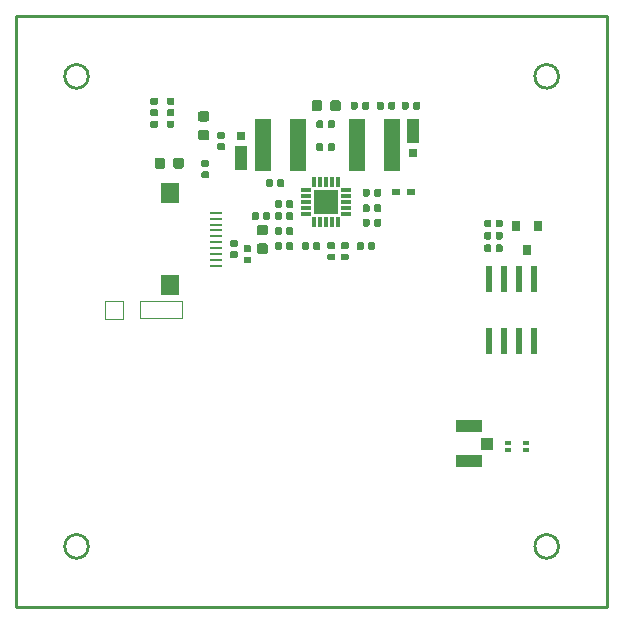
<source format=gbr>
%TF.GenerationSoftware,KiCad,Pcbnew,(5.0.1-3-g963ef8bb5)*%
%TF.CreationDate,2020-03-04T19:54:40-08:00*%
%TF.ProjectId,SolarCell+Y,536F6C617243656C6C2B592E6B696361,rev?*%
%TF.SameCoordinates,Original*%
%TF.FileFunction,Paste,Bot*%
%TF.FilePolarity,Positive*%
%FSLAX46Y46*%
G04 Gerber Fmt 4.6, Leading zero omitted, Abs format (unit mm)*
G04 Created by KiCad (PCBNEW (5.0.1-3-g963ef8bb5)) date Wednesday, March 04, 2020 at 07:54:40 PM*
%MOMM*%
%LPD*%
G01*
G04 APERTURE LIST*
%ADD10C,0.050000*%
%ADD11C,0.250000*%
%ADD12R,1.500000X1.700000*%
%ADD13R,1.100000X0.250000*%
%ADD14R,0.500000X0.300000*%
%ADD15R,1.050000X1.050000*%
%ADD16R,2.250000X1.050000*%
%ADD17R,0.609600X2.209800*%
%ADD18C,0.100000*%
%ADD19C,0.590000*%
%ADD20R,0.800000X0.900000*%
%ADD21R,0.800000X0.800000*%
%ADD22R,1.100000X2.000000*%
%ADD23C,0.875000*%
%ADD24R,0.700000X0.500000*%
%ADD25R,2.150000X2.150000*%
%ADD26R,0.300000X0.900000*%
%ADD27R,0.900000X0.300000*%
%ADD28R,1.435100X4.394200*%
G04 APERTURE END LIST*
D10*
X160500000Y-65600000D02*
X160500000Y-64100000D01*
X164000000Y-65600000D02*
X160500000Y-65600000D01*
X164000000Y-64100000D02*
X164000000Y-65600000D01*
X160500000Y-64100000D02*
X164000000Y-64100000D01*
X159000000Y-64100000D02*
X157500000Y-64100000D01*
X159000000Y-65650000D02*
X159000000Y-64100000D01*
X157500000Y-65650000D02*
X159000000Y-65650000D01*
X157500000Y-64100000D02*
X157500000Y-65650000D01*
D11*
X200000000Y-40000000D02*
X150000000Y-40000000D01*
X150000000Y-90000000D02*
X200000000Y-90000000D01*
X150000000Y-40000000D02*
X150000000Y-90000000D01*
X195900000Y-45100000D02*
G75*
G03X195900000Y-45100000I-1000000J0D01*
G01*
X156100000Y-84900000D02*
G75*
G03X156100000Y-84900000I-1000000J0D01*
G01*
X156100000Y-45100000D02*
G75*
G03X156100000Y-45100000I-1000000J0D01*
G01*
X195900000Y-84900000D02*
G75*
G03X195900000Y-84900000I-1000000J0D01*
G01*
X200000000Y-90000000D02*
X200000000Y-40000000D01*
D12*
X162993240Y-54997520D03*
X162993240Y-62797520D03*
D13*
X166893240Y-56647520D03*
X166893240Y-57147520D03*
X166893240Y-57647520D03*
X166893240Y-58147520D03*
X166893240Y-58647520D03*
X166893240Y-59147520D03*
X166893240Y-59647520D03*
X166893240Y-60147520D03*
X166893240Y-60647520D03*
X166893240Y-61147520D03*
D14*
X191655000Y-76729000D03*
X193155000Y-76729000D03*
X193155000Y-76179000D03*
X191655000Y-76179000D03*
D15*
X189866000Y-76200000D03*
D16*
X188341000Y-77675000D03*
X188341000Y-74725000D03*
D17*
X190057000Y-67522200D03*
X191327000Y-67522200D03*
X192597000Y-67522200D03*
X193867000Y-67522200D03*
X193867000Y-62289800D03*
X192597000Y-62289800D03*
X191327000Y-62289800D03*
X190057000Y-62289800D03*
D18*
G36*
X190064958Y-59330710D02*
X190079276Y-59332834D01*
X190093317Y-59336351D01*
X190106946Y-59341228D01*
X190120031Y-59347417D01*
X190132447Y-59354858D01*
X190144073Y-59363481D01*
X190154798Y-59373202D01*
X190164519Y-59383927D01*
X190173142Y-59395553D01*
X190180583Y-59407969D01*
X190186772Y-59421054D01*
X190191649Y-59434683D01*
X190195166Y-59448724D01*
X190197290Y-59463042D01*
X190198000Y-59477500D01*
X190198000Y-59822500D01*
X190197290Y-59836958D01*
X190195166Y-59851276D01*
X190191649Y-59865317D01*
X190186772Y-59878946D01*
X190180583Y-59892031D01*
X190173142Y-59904447D01*
X190164519Y-59916073D01*
X190154798Y-59926798D01*
X190144073Y-59936519D01*
X190132447Y-59945142D01*
X190120031Y-59952583D01*
X190106946Y-59958772D01*
X190093317Y-59963649D01*
X190079276Y-59967166D01*
X190064958Y-59969290D01*
X190050500Y-59970000D01*
X189755500Y-59970000D01*
X189741042Y-59969290D01*
X189726724Y-59967166D01*
X189712683Y-59963649D01*
X189699054Y-59958772D01*
X189685969Y-59952583D01*
X189673553Y-59945142D01*
X189661927Y-59936519D01*
X189651202Y-59926798D01*
X189641481Y-59916073D01*
X189632858Y-59904447D01*
X189625417Y-59892031D01*
X189619228Y-59878946D01*
X189614351Y-59865317D01*
X189610834Y-59851276D01*
X189608710Y-59836958D01*
X189608000Y-59822500D01*
X189608000Y-59477500D01*
X189608710Y-59463042D01*
X189610834Y-59448724D01*
X189614351Y-59434683D01*
X189619228Y-59421054D01*
X189625417Y-59407969D01*
X189632858Y-59395553D01*
X189641481Y-59383927D01*
X189651202Y-59373202D01*
X189661927Y-59363481D01*
X189673553Y-59354858D01*
X189685969Y-59347417D01*
X189699054Y-59341228D01*
X189712683Y-59336351D01*
X189726724Y-59332834D01*
X189741042Y-59330710D01*
X189755500Y-59330000D01*
X190050500Y-59330000D01*
X190064958Y-59330710D01*
X190064958Y-59330710D01*
G37*
D19*
X189903000Y-59650000D03*
D18*
G36*
X191034958Y-59330710D02*
X191049276Y-59332834D01*
X191063317Y-59336351D01*
X191076946Y-59341228D01*
X191090031Y-59347417D01*
X191102447Y-59354858D01*
X191114073Y-59363481D01*
X191124798Y-59373202D01*
X191134519Y-59383927D01*
X191143142Y-59395553D01*
X191150583Y-59407969D01*
X191156772Y-59421054D01*
X191161649Y-59434683D01*
X191165166Y-59448724D01*
X191167290Y-59463042D01*
X191168000Y-59477500D01*
X191168000Y-59822500D01*
X191167290Y-59836958D01*
X191165166Y-59851276D01*
X191161649Y-59865317D01*
X191156772Y-59878946D01*
X191150583Y-59892031D01*
X191143142Y-59904447D01*
X191134519Y-59916073D01*
X191124798Y-59926798D01*
X191114073Y-59936519D01*
X191102447Y-59945142D01*
X191090031Y-59952583D01*
X191076946Y-59958772D01*
X191063317Y-59963649D01*
X191049276Y-59967166D01*
X191034958Y-59969290D01*
X191020500Y-59970000D01*
X190725500Y-59970000D01*
X190711042Y-59969290D01*
X190696724Y-59967166D01*
X190682683Y-59963649D01*
X190669054Y-59958772D01*
X190655969Y-59952583D01*
X190643553Y-59945142D01*
X190631927Y-59936519D01*
X190621202Y-59926798D01*
X190611481Y-59916073D01*
X190602858Y-59904447D01*
X190595417Y-59892031D01*
X190589228Y-59878946D01*
X190584351Y-59865317D01*
X190580834Y-59851276D01*
X190578710Y-59836958D01*
X190578000Y-59822500D01*
X190578000Y-59477500D01*
X190578710Y-59463042D01*
X190580834Y-59448724D01*
X190584351Y-59434683D01*
X190589228Y-59421054D01*
X190595417Y-59407969D01*
X190602858Y-59395553D01*
X190611481Y-59383927D01*
X190621202Y-59373202D01*
X190631927Y-59363481D01*
X190643553Y-59354858D01*
X190655969Y-59347417D01*
X190669054Y-59341228D01*
X190682683Y-59336351D01*
X190696724Y-59332834D01*
X190711042Y-59330710D01*
X190725500Y-59330000D01*
X191020500Y-59330000D01*
X191034958Y-59330710D01*
X191034958Y-59330710D01*
G37*
D19*
X190873000Y-59650000D03*
D18*
G36*
X190064958Y-58274710D02*
X190079276Y-58276834D01*
X190093317Y-58280351D01*
X190106946Y-58285228D01*
X190120031Y-58291417D01*
X190132447Y-58298858D01*
X190144073Y-58307481D01*
X190154798Y-58317202D01*
X190164519Y-58327927D01*
X190173142Y-58339553D01*
X190180583Y-58351969D01*
X190186772Y-58365054D01*
X190191649Y-58378683D01*
X190195166Y-58392724D01*
X190197290Y-58407042D01*
X190198000Y-58421500D01*
X190198000Y-58766500D01*
X190197290Y-58780958D01*
X190195166Y-58795276D01*
X190191649Y-58809317D01*
X190186772Y-58822946D01*
X190180583Y-58836031D01*
X190173142Y-58848447D01*
X190164519Y-58860073D01*
X190154798Y-58870798D01*
X190144073Y-58880519D01*
X190132447Y-58889142D01*
X190120031Y-58896583D01*
X190106946Y-58902772D01*
X190093317Y-58907649D01*
X190079276Y-58911166D01*
X190064958Y-58913290D01*
X190050500Y-58914000D01*
X189755500Y-58914000D01*
X189741042Y-58913290D01*
X189726724Y-58911166D01*
X189712683Y-58907649D01*
X189699054Y-58902772D01*
X189685969Y-58896583D01*
X189673553Y-58889142D01*
X189661927Y-58880519D01*
X189651202Y-58870798D01*
X189641481Y-58860073D01*
X189632858Y-58848447D01*
X189625417Y-58836031D01*
X189619228Y-58822946D01*
X189614351Y-58809317D01*
X189610834Y-58795276D01*
X189608710Y-58780958D01*
X189608000Y-58766500D01*
X189608000Y-58421500D01*
X189608710Y-58407042D01*
X189610834Y-58392724D01*
X189614351Y-58378683D01*
X189619228Y-58365054D01*
X189625417Y-58351969D01*
X189632858Y-58339553D01*
X189641481Y-58327927D01*
X189651202Y-58317202D01*
X189661927Y-58307481D01*
X189673553Y-58298858D01*
X189685969Y-58291417D01*
X189699054Y-58285228D01*
X189712683Y-58280351D01*
X189726724Y-58276834D01*
X189741042Y-58274710D01*
X189755500Y-58274000D01*
X190050500Y-58274000D01*
X190064958Y-58274710D01*
X190064958Y-58274710D01*
G37*
D19*
X189903000Y-58594000D03*
D18*
G36*
X191034958Y-58274710D02*
X191049276Y-58276834D01*
X191063317Y-58280351D01*
X191076946Y-58285228D01*
X191090031Y-58291417D01*
X191102447Y-58298858D01*
X191114073Y-58307481D01*
X191124798Y-58317202D01*
X191134519Y-58327927D01*
X191143142Y-58339553D01*
X191150583Y-58351969D01*
X191156772Y-58365054D01*
X191161649Y-58378683D01*
X191165166Y-58392724D01*
X191167290Y-58407042D01*
X191168000Y-58421500D01*
X191168000Y-58766500D01*
X191167290Y-58780958D01*
X191165166Y-58795276D01*
X191161649Y-58809317D01*
X191156772Y-58822946D01*
X191150583Y-58836031D01*
X191143142Y-58848447D01*
X191134519Y-58860073D01*
X191124798Y-58870798D01*
X191114073Y-58880519D01*
X191102447Y-58889142D01*
X191090031Y-58896583D01*
X191076946Y-58902772D01*
X191063317Y-58907649D01*
X191049276Y-58911166D01*
X191034958Y-58913290D01*
X191020500Y-58914000D01*
X190725500Y-58914000D01*
X190711042Y-58913290D01*
X190696724Y-58911166D01*
X190682683Y-58907649D01*
X190669054Y-58902772D01*
X190655969Y-58896583D01*
X190643553Y-58889142D01*
X190631927Y-58880519D01*
X190621202Y-58870798D01*
X190611481Y-58860073D01*
X190602858Y-58848447D01*
X190595417Y-58836031D01*
X190589228Y-58822946D01*
X190584351Y-58809317D01*
X190580834Y-58795276D01*
X190578710Y-58780958D01*
X190578000Y-58766500D01*
X190578000Y-58421500D01*
X190578710Y-58407042D01*
X190580834Y-58392724D01*
X190584351Y-58378683D01*
X190589228Y-58365054D01*
X190595417Y-58351969D01*
X190602858Y-58339553D01*
X190611481Y-58327927D01*
X190621202Y-58317202D01*
X190631927Y-58307481D01*
X190643553Y-58298858D01*
X190655969Y-58291417D01*
X190669054Y-58285228D01*
X190682683Y-58280351D01*
X190696724Y-58276834D01*
X190711042Y-58274710D01*
X190725500Y-58274000D01*
X191020500Y-58274000D01*
X191034958Y-58274710D01*
X191034958Y-58274710D01*
G37*
D19*
X190873000Y-58594000D03*
D18*
G36*
X190076958Y-57230710D02*
X190091276Y-57232834D01*
X190105317Y-57236351D01*
X190118946Y-57241228D01*
X190132031Y-57247417D01*
X190144447Y-57254858D01*
X190156073Y-57263481D01*
X190166798Y-57273202D01*
X190176519Y-57283927D01*
X190185142Y-57295553D01*
X190192583Y-57307969D01*
X190198772Y-57321054D01*
X190203649Y-57334683D01*
X190207166Y-57348724D01*
X190209290Y-57363042D01*
X190210000Y-57377500D01*
X190210000Y-57722500D01*
X190209290Y-57736958D01*
X190207166Y-57751276D01*
X190203649Y-57765317D01*
X190198772Y-57778946D01*
X190192583Y-57792031D01*
X190185142Y-57804447D01*
X190176519Y-57816073D01*
X190166798Y-57826798D01*
X190156073Y-57836519D01*
X190144447Y-57845142D01*
X190132031Y-57852583D01*
X190118946Y-57858772D01*
X190105317Y-57863649D01*
X190091276Y-57867166D01*
X190076958Y-57869290D01*
X190062500Y-57870000D01*
X189767500Y-57870000D01*
X189753042Y-57869290D01*
X189738724Y-57867166D01*
X189724683Y-57863649D01*
X189711054Y-57858772D01*
X189697969Y-57852583D01*
X189685553Y-57845142D01*
X189673927Y-57836519D01*
X189663202Y-57826798D01*
X189653481Y-57816073D01*
X189644858Y-57804447D01*
X189637417Y-57792031D01*
X189631228Y-57778946D01*
X189626351Y-57765317D01*
X189622834Y-57751276D01*
X189620710Y-57736958D01*
X189620000Y-57722500D01*
X189620000Y-57377500D01*
X189620710Y-57363042D01*
X189622834Y-57348724D01*
X189626351Y-57334683D01*
X189631228Y-57321054D01*
X189637417Y-57307969D01*
X189644858Y-57295553D01*
X189653481Y-57283927D01*
X189663202Y-57273202D01*
X189673927Y-57263481D01*
X189685553Y-57254858D01*
X189697969Y-57247417D01*
X189711054Y-57241228D01*
X189724683Y-57236351D01*
X189738724Y-57232834D01*
X189753042Y-57230710D01*
X189767500Y-57230000D01*
X190062500Y-57230000D01*
X190076958Y-57230710D01*
X190076958Y-57230710D01*
G37*
D19*
X189915000Y-57550000D03*
D18*
G36*
X191046958Y-57230710D02*
X191061276Y-57232834D01*
X191075317Y-57236351D01*
X191088946Y-57241228D01*
X191102031Y-57247417D01*
X191114447Y-57254858D01*
X191126073Y-57263481D01*
X191136798Y-57273202D01*
X191146519Y-57283927D01*
X191155142Y-57295553D01*
X191162583Y-57307969D01*
X191168772Y-57321054D01*
X191173649Y-57334683D01*
X191177166Y-57348724D01*
X191179290Y-57363042D01*
X191180000Y-57377500D01*
X191180000Y-57722500D01*
X191179290Y-57736958D01*
X191177166Y-57751276D01*
X191173649Y-57765317D01*
X191168772Y-57778946D01*
X191162583Y-57792031D01*
X191155142Y-57804447D01*
X191146519Y-57816073D01*
X191136798Y-57826798D01*
X191126073Y-57836519D01*
X191114447Y-57845142D01*
X191102031Y-57852583D01*
X191088946Y-57858772D01*
X191075317Y-57863649D01*
X191061276Y-57867166D01*
X191046958Y-57869290D01*
X191032500Y-57870000D01*
X190737500Y-57870000D01*
X190723042Y-57869290D01*
X190708724Y-57867166D01*
X190694683Y-57863649D01*
X190681054Y-57858772D01*
X190667969Y-57852583D01*
X190655553Y-57845142D01*
X190643927Y-57836519D01*
X190633202Y-57826798D01*
X190623481Y-57816073D01*
X190614858Y-57804447D01*
X190607417Y-57792031D01*
X190601228Y-57778946D01*
X190596351Y-57765317D01*
X190592834Y-57751276D01*
X190590710Y-57736958D01*
X190590000Y-57722500D01*
X190590000Y-57377500D01*
X190590710Y-57363042D01*
X190592834Y-57348724D01*
X190596351Y-57334683D01*
X190601228Y-57321054D01*
X190607417Y-57307969D01*
X190614858Y-57295553D01*
X190623481Y-57283927D01*
X190633202Y-57273202D01*
X190643927Y-57263481D01*
X190655553Y-57254858D01*
X190667969Y-57247417D01*
X190681054Y-57241228D01*
X190694683Y-57236351D01*
X190708724Y-57232834D01*
X190723042Y-57230710D01*
X190737500Y-57230000D01*
X191032500Y-57230000D01*
X191046958Y-57230710D01*
X191046958Y-57230710D01*
G37*
D19*
X190885000Y-57550000D03*
D18*
G36*
X168614358Y-58936110D02*
X168628676Y-58938234D01*
X168642717Y-58941751D01*
X168656346Y-58946628D01*
X168669431Y-58952817D01*
X168681847Y-58960258D01*
X168693473Y-58968881D01*
X168704198Y-58978602D01*
X168713919Y-58989327D01*
X168722542Y-59000953D01*
X168729983Y-59013369D01*
X168736172Y-59026454D01*
X168741049Y-59040083D01*
X168744566Y-59054124D01*
X168746690Y-59068442D01*
X168747400Y-59082900D01*
X168747400Y-59377900D01*
X168746690Y-59392358D01*
X168744566Y-59406676D01*
X168741049Y-59420717D01*
X168736172Y-59434346D01*
X168729983Y-59447431D01*
X168722542Y-59459847D01*
X168713919Y-59471473D01*
X168704198Y-59482198D01*
X168693473Y-59491919D01*
X168681847Y-59500542D01*
X168669431Y-59507983D01*
X168656346Y-59514172D01*
X168642717Y-59519049D01*
X168628676Y-59522566D01*
X168614358Y-59524690D01*
X168599900Y-59525400D01*
X168254900Y-59525400D01*
X168240442Y-59524690D01*
X168226124Y-59522566D01*
X168212083Y-59519049D01*
X168198454Y-59514172D01*
X168185369Y-59507983D01*
X168172953Y-59500542D01*
X168161327Y-59491919D01*
X168150602Y-59482198D01*
X168140881Y-59471473D01*
X168132258Y-59459847D01*
X168124817Y-59447431D01*
X168118628Y-59434346D01*
X168113751Y-59420717D01*
X168110234Y-59406676D01*
X168108110Y-59392358D01*
X168107400Y-59377900D01*
X168107400Y-59082900D01*
X168108110Y-59068442D01*
X168110234Y-59054124D01*
X168113751Y-59040083D01*
X168118628Y-59026454D01*
X168124817Y-59013369D01*
X168132258Y-59000953D01*
X168140881Y-58989327D01*
X168150602Y-58978602D01*
X168161327Y-58968881D01*
X168172953Y-58960258D01*
X168185369Y-58952817D01*
X168198454Y-58946628D01*
X168212083Y-58941751D01*
X168226124Y-58938234D01*
X168240442Y-58936110D01*
X168254900Y-58935400D01*
X168599900Y-58935400D01*
X168614358Y-58936110D01*
X168614358Y-58936110D01*
G37*
D19*
X168427400Y-59230400D03*
D18*
G36*
X168614358Y-59906110D02*
X168628676Y-59908234D01*
X168642717Y-59911751D01*
X168656346Y-59916628D01*
X168669431Y-59922817D01*
X168681847Y-59930258D01*
X168693473Y-59938881D01*
X168704198Y-59948602D01*
X168713919Y-59959327D01*
X168722542Y-59970953D01*
X168729983Y-59983369D01*
X168736172Y-59996454D01*
X168741049Y-60010083D01*
X168744566Y-60024124D01*
X168746690Y-60038442D01*
X168747400Y-60052900D01*
X168747400Y-60347900D01*
X168746690Y-60362358D01*
X168744566Y-60376676D01*
X168741049Y-60390717D01*
X168736172Y-60404346D01*
X168729983Y-60417431D01*
X168722542Y-60429847D01*
X168713919Y-60441473D01*
X168704198Y-60452198D01*
X168693473Y-60461919D01*
X168681847Y-60470542D01*
X168669431Y-60477983D01*
X168656346Y-60484172D01*
X168642717Y-60489049D01*
X168628676Y-60492566D01*
X168614358Y-60494690D01*
X168599900Y-60495400D01*
X168254900Y-60495400D01*
X168240442Y-60494690D01*
X168226124Y-60492566D01*
X168212083Y-60489049D01*
X168198454Y-60484172D01*
X168185369Y-60477983D01*
X168172953Y-60470542D01*
X168161327Y-60461919D01*
X168150602Y-60452198D01*
X168140881Y-60441473D01*
X168132258Y-60429847D01*
X168124817Y-60417431D01*
X168118628Y-60404346D01*
X168113751Y-60390717D01*
X168110234Y-60376676D01*
X168108110Y-60362358D01*
X168107400Y-60347900D01*
X168107400Y-60052900D01*
X168108110Y-60038442D01*
X168110234Y-60024124D01*
X168113751Y-60010083D01*
X168118628Y-59996454D01*
X168124817Y-59983369D01*
X168132258Y-59970953D01*
X168140881Y-59959327D01*
X168150602Y-59948602D01*
X168161327Y-59938881D01*
X168172953Y-59930258D01*
X168185369Y-59922817D01*
X168198454Y-59916628D01*
X168212083Y-59911751D01*
X168226124Y-59908234D01*
X168240442Y-59906110D01*
X168254900Y-59905400D01*
X168599900Y-59905400D01*
X168614358Y-59906110D01*
X168614358Y-59906110D01*
G37*
D19*
X168427400Y-60200400D03*
D20*
X193232000Y-59810000D03*
X194182000Y-57810000D03*
X192282000Y-57810000D03*
D21*
X183591200Y-51618200D03*
D22*
X183591200Y-49718200D03*
D18*
G36*
X166175958Y-53149710D02*
X166190276Y-53151834D01*
X166204317Y-53155351D01*
X166217946Y-53160228D01*
X166231031Y-53166417D01*
X166243447Y-53173858D01*
X166255073Y-53182481D01*
X166265798Y-53192202D01*
X166275519Y-53202927D01*
X166284142Y-53214553D01*
X166291583Y-53226969D01*
X166297772Y-53240054D01*
X166302649Y-53253683D01*
X166306166Y-53267724D01*
X166308290Y-53282042D01*
X166309000Y-53296500D01*
X166309000Y-53591500D01*
X166308290Y-53605958D01*
X166306166Y-53620276D01*
X166302649Y-53634317D01*
X166297772Y-53647946D01*
X166291583Y-53661031D01*
X166284142Y-53673447D01*
X166275519Y-53685073D01*
X166265798Y-53695798D01*
X166255073Y-53705519D01*
X166243447Y-53714142D01*
X166231031Y-53721583D01*
X166217946Y-53727772D01*
X166204317Y-53732649D01*
X166190276Y-53736166D01*
X166175958Y-53738290D01*
X166161500Y-53739000D01*
X165816500Y-53739000D01*
X165802042Y-53738290D01*
X165787724Y-53736166D01*
X165773683Y-53732649D01*
X165760054Y-53727772D01*
X165746969Y-53721583D01*
X165734553Y-53714142D01*
X165722927Y-53705519D01*
X165712202Y-53695798D01*
X165702481Y-53685073D01*
X165693858Y-53673447D01*
X165686417Y-53661031D01*
X165680228Y-53647946D01*
X165675351Y-53634317D01*
X165671834Y-53620276D01*
X165669710Y-53605958D01*
X165669000Y-53591500D01*
X165669000Y-53296500D01*
X165669710Y-53282042D01*
X165671834Y-53267724D01*
X165675351Y-53253683D01*
X165680228Y-53240054D01*
X165686417Y-53226969D01*
X165693858Y-53214553D01*
X165702481Y-53202927D01*
X165712202Y-53192202D01*
X165722927Y-53182481D01*
X165734553Y-53173858D01*
X165746969Y-53166417D01*
X165760054Y-53160228D01*
X165773683Y-53155351D01*
X165787724Y-53151834D01*
X165802042Y-53149710D01*
X165816500Y-53149000D01*
X166161500Y-53149000D01*
X166175958Y-53149710D01*
X166175958Y-53149710D01*
G37*
D19*
X165989000Y-53444000D03*
D18*
G36*
X166175958Y-52179710D02*
X166190276Y-52181834D01*
X166204317Y-52185351D01*
X166217946Y-52190228D01*
X166231031Y-52196417D01*
X166243447Y-52203858D01*
X166255073Y-52212481D01*
X166265798Y-52222202D01*
X166275519Y-52232927D01*
X166284142Y-52244553D01*
X166291583Y-52256969D01*
X166297772Y-52270054D01*
X166302649Y-52283683D01*
X166306166Y-52297724D01*
X166308290Y-52312042D01*
X166309000Y-52326500D01*
X166309000Y-52621500D01*
X166308290Y-52635958D01*
X166306166Y-52650276D01*
X166302649Y-52664317D01*
X166297772Y-52677946D01*
X166291583Y-52691031D01*
X166284142Y-52703447D01*
X166275519Y-52715073D01*
X166265798Y-52725798D01*
X166255073Y-52735519D01*
X166243447Y-52744142D01*
X166231031Y-52751583D01*
X166217946Y-52757772D01*
X166204317Y-52762649D01*
X166190276Y-52766166D01*
X166175958Y-52768290D01*
X166161500Y-52769000D01*
X165816500Y-52769000D01*
X165802042Y-52768290D01*
X165787724Y-52766166D01*
X165773683Y-52762649D01*
X165760054Y-52757772D01*
X165746969Y-52751583D01*
X165734553Y-52744142D01*
X165722927Y-52735519D01*
X165712202Y-52725798D01*
X165702481Y-52715073D01*
X165693858Y-52703447D01*
X165686417Y-52691031D01*
X165680228Y-52677946D01*
X165675351Y-52664317D01*
X165671834Y-52650276D01*
X165669710Y-52635958D01*
X165669000Y-52621500D01*
X165669000Y-52326500D01*
X165669710Y-52312042D01*
X165671834Y-52297724D01*
X165675351Y-52283683D01*
X165680228Y-52270054D01*
X165686417Y-52256969D01*
X165693858Y-52244553D01*
X165702481Y-52232927D01*
X165712202Y-52222202D01*
X165722927Y-52212481D01*
X165734553Y-52203858D01*
X165746969Y-52196417D01*
X165760054Y-52190228D01*
X165773683Y-52185351D01*
X165787724Y-52181834D01*
X165802042Y-52179710D01*
X165816500Y-52179000D01*
X166161500Y-52179000D01*
X166175958Y-52179710D01*
X166175958Y-52179710D01*
G37*
D19*
X165989000Y-52474000D03*
D18*
G36*
X171107931Y-57668493D02*
X171129166Y-57671643D01*
X171149990Y-57676859D01*
X171170202Y-57684091D01*
X171189608Y-57693270D01*
X171208021Y-57704306D01*
X171225264Y-57717094D01*
X171241170Y-57731510D01*
X171255586Y-57747416D01*
X171268374Y-57764659D01*
X171279410Y-57783072D01*
X171288589Y-57802478D01*
X171295821Y-57822690D01*
X171301037Y-57843514D01*
X171304187Y-57864749D01*
X171305240Y-57886190D01*
X171305240Y-58323690D01*
X171304187Y-58345131D01*
X171301037Y-58366366D01*
X171295821Y-58387190D01*
X171288589Y-58407402D01*
X171279410Y-58426808D01*
X171268374Y-58445221D01*
X171255586Y-58462464D01*
X171241170Y-58478370D01*
X171225264Y-58492786D01*
X171208021Y-58505574D01*
X171189608Y-58516610D01*
X171170202Y-58525789D01*
X171149990Y-58533021D01*
X171129166Y-58538237D01*
X171107931Y-58541387D01*
X171086490Y-58542440D01*
X170573990Y-58542440D01*
X170552549Y-58541387D01*
X170531314Y-58538237D01*
X170510490Y-58533021D01*
X170490278Y-58525789D01*
X170470872Y-58516610D01*
X170452459Y-58505574D01*
X170435216Y-58492786D01*
X170419310Y-58478370D01*
X170404894Y-58462464D01*
X170392106Y-58445221D01*
X170381070Y-58426808D01*
X170371891Y-58407402D01*
X170364659Y-58387190D01*
X170359443Y-58366366D01*
X170356293Y-58345131D01*
X170355240Y-58323690D01*
X170355240Y-57886190D01*
X170356293Y-57864749D01*
X170359443Y-57843514D01*
X170364659Y-57822690D01*
X170371891Y-57802478D01*
X170381070Y-57783072D01*
X170392106Y-57764659D01*
X170404894Y-57747416D01*
X170419310Y-57731510D01*
X170435216Y-57717094D01*
X170452459Y-57704306D01*
X170470872Y-57693270D01*
X170490278Y-57684091D01*
X170510490Y-57676859D01*
X170531314Y-57671643D01*
X170552549Y-57668493D01*
X170573990Y-57667440D01*
X171086490Y-57667440D01*
X171107931Y-57668493D01*
X171107931Y-57668493D01*
G37*
D23*
X170830240Y-58104940D03*
D18*
G36*
X171107931Y-59243493D02*
X171129166Y-59246643D01*
X171149990Y-59251859D01*
X171170202Y-59259091D01*
X171189608Y-59268270D01*
X171208021Y-59279306D01*
X171225264Y-59292094D01*
X171241170Y-59306510D01*
X171255586Y-59322416D01*
X171268374Y-59339659D01*
X171279410Y-59358072D01*
X171288589Y-59377478D01*
X171295821Y-59397690D01*
X171301037Y-59418514D01*
X171304187Y-59439749D01*
X171305240Y-59461190D01*
X171305240Y-59898690D01*
X171304187Y-59920131D01*
X171301037Y-59941366D01*
X171295821Y-59962190D01*
X171288589Y-59982402D01*
X171279410Y-60001808D01*
X171268374Y-60020221D01*
X171255586Y-60037464D01*
X171241170Y-60053370D01*
X171225264Y-60067786D01*
X171208021Y-60080574D01*
X171189608Y-60091610D01*
X171170202Y-60100789D01*
X171149990Y-60108021D01*
X171129166Y-60113237D01*
X171107931Y-60116387D01*
X171086490Y-60117440D01*
X170573990Y-60117440D01*
X170552549Y-60116387D01*
X170531314Y-60113237D01*
X170510490Y-60108021D01*
X170490278Y-60100789D01*
X170470872Y-60091610D01*
X170452459Y-60080574D01*
X170435216Y-60067786D01*
X170419310Y-60053370D01*
X170404894Y-60037464D01*
X170392106Y-60020221D01*
X170381070Y-60001808D01*
X170371891Y-59982402D01*
X170364659Y-59962190D01*
X170359443Y-59941366D01*
X170356293Y-59920131D01*
X170355240Y-59898690D01*
X170355240Y-59461190D01*
X170356293Y-59439749D01*
X170359443Y-59418514D01*
X170364659Y-59397690D01*
X170371891Y-59377478D01*
X170381070Y-59358072D01*
X170392106Y-59339659D01*
X170404894Y-59322416D01*
X170419310Y-59306510D01*
X170435216Y-59292094D01*
X170452459Y-59279306D01*
X170470872Y-59268270D01*
X170490278Y-59259091D01*
X170510490Y-59251859D01*
X170531314Y-59246643D01*
X170552549Y-59243493D01*
X170573990Y-59242440D01*
X171086490Y-59242440D01*
X171107931Y-59243493D01*
X171107931Y-59243493D01*
G37*
D23*
X170830240Y-59679940D03*
D18*
G36*
X175861538Y-48830494D02*
X175875856Y-48832618D01*
X175889897Y-48836135D01*
X175903526Y-48841012D01*
X175916611Y-48847201D01*
X175929027Y-48854642D01*
X175940653Y-48863265D01*
X175951378Y-48872986D01*
X175961099Y-48883711D01*
X175969722Y-48895337D01*
X175977163Y-48907753D01*
X175983352Y-48920838D01*
X175988229Y-48934467D01*
X175991746Y-48948508D01*
X175993870Y-48962826D01*
X175994580Y-48977284D01*
X175994580Y-49322284D01*
X175993870Y-49336742D01*
X175991746Y-49351060D01*
X175988229Y-49365101D01*
X175983352Y-49378730D01*
X175977163Y-49391815D01*
X175969722Y-49404231D01*
X175961099Y-49415857D01*
X175951378Y-49426582D01*
X175940653Y-49436303D01*
X175929027Y-49444926D01*
X175916611Y-49452367D01*
X175903526Y-49458556D01*
X175889897Y-49463433D01*
X175875856Y-49466950D01*
X175861538Y-49469074D01*
X175847080Y-49469784D01*
X175552080Y-49469784D01*
X175537622Y-49469074D01*
X175523304Y-49466950D01*
X175509263Y-49463433D01*
X175495634Y-49458556D01*
X175482549Y-49452367D01*
X175470133Y-49444926D01*
X175458507Y-49436303D01*
X175447782Y-49426582D01*
X175438061Y-49415857D01*
X175429438Y-49404231D01*
X175421997Y-49391815D01*
X175415808Y-49378730D01*
X175410931Y-49365101D01*
X175407414Y-49351060D01*
X175405290Y-49336742D01*
X175404580Y-49322284D01*
X175404580Y-48977284D01*
X175405290Y-48962826D01*
X175407414Y-48948508D01*
X175410931Y-48934467D01*
X175415808Y-48920838D01*
X175421997Y-48907753D01*
X175429438Y-48895337D01*
X175438061Y-48883711D01*
X175447782Y-48872986D01*
X175458507Y-48863265D01*
X175470133Y-48854642D01*
X175482549Y-48847201D01*
X175495634Y-48841012D01*
X175509263Y-48836135D01*
X175523304Y-48832618D01*
X175537622Y-48830494D01*
X175552080Y-48829784D01*
X175847080Y-48829784D01*
X175861538Y-48830494D01*
X175861538Y-48830494D01*
G37*
D19*
X175699580Y-49149784D03*
D18*
G36*
X176831538Y-48830494D02*
X176845856Y-48832618D01*
X176859897Y-48836135D01*
X176873526Y-48841012D01*
X176886611Y-48847201D01*
X176899027Y-48854642D01*
X176910653Y-48863265D01*
X176921378Y-48872986D01*
X176931099Y-48883711D01*
X176939722Y-48895337D01*
X176947163Y-48907753D01*
X176953352Y-48920838D01*
X176958229Y-48934467D01*
X176961746Y-48948508D01*
X176963870Y-48962826D01*
X176964580Y-48977284D01*
X176964580Y-49322284D01*
X176963870Y-49336742D01*
X176961746Y-49351060D01*
X176958229Y-49365101D01*
X176953352Y-49378730D01*
X176947163Y-49391815D01*
X176939722Y-49404231D01*
X176931099Y-49415857D01*
X176921378Y-49426582D01*
X176910653Y-49436303D01*
X176899027Y-49444926D01*
X176886611Y-49452367D01*
X176873526Y-49458556D01*
X176859897Y-49463433D01*
X176845856Y-49466950D01*
X176831538Y-49469074D01*
X176817080Y-49469784D01*
X176522080Y-49469784D01*
X176507622Y-49469074D01*
X176493304Y-49466950D01*
X176479263Y-49463433D01*
X176465634Y-49458556D01*
X176452549Y-49452367D01*
X176440133Y-49444926D01*
X176428507Y-49436303D01*
X176417782Y-49426582D01*
X176408061Y-49415857D01*
X176399438Y-49404231D01*
X176391997Y-49391815D01*
X176385808Y-49378730D01*
X176380931Y-49365101D01*
X176377414Y-49351060D01*
X176375290Y-49336742D01*
X176374580Y-49322284D01*
X176374580Y-48977284D01*
X176375290Y-48962826D01*
X176377414Y-48948508D01*
X176380931Y-48934467D01*
X176385808Y-48920838D01*
X176391997Y-48907753D01*
X176399438Y-48895337D01*
X176408061Y-48883711D01*
X176417782Y-48872986D01*
X176428507Y-48863265D01*
X176440133Y-48854642D01*
X176452549Y-48847201D01*
X176465634Y-48841012D01*
X176479263Y-48836135D01*
X176493304Y-48832618D01*
X176507622Y-48830494D01*
X176522080Y-48829784D01*
X176817080Y-48829784D01*
X176831538Y-48830494D01*
X176831538Y-48830494D01*
G37*
D19*
X176669580Y-49149784D03*
D18*
G36*
X162393691Y-51977053D02*
X162414926Y-51980203D01*
X162435750Y-51985419D01*
X162455962Y-51992651D01*
X162475368Y-52001830D01*
X162493781Y-52012866D01*
X162511024Y-52025654D01*
X162526930Y-52040070D01*
X162541346Y-52055976D01*
X162554134Y-52073219D01*
X162565170Y-52091632D01*
X162574349Y-52111038D01*
X162581581Y-52131250D01*
X162586797Y-52152074D01*
X162589947Y-52173309D01*
X162591000Y-52194750D01*
X162591000Y-52707250D01*
X162589947Y-52728691D01*
X162586797Y-52749926D01*
X162581581Y-52770750D01*
X162574349Y-52790962D01*
X162565170Y-52810368D01*
X162554134Y-52828781D01*
X162541346Y-52846024D01*
X162526930Y-52861930D01*
X162511024Y-52876346D01*
X162493781Y-52889134D01*
X162475368Y-52900170D01*
X162455962Y-52909349D01*
X162435750Y-52916581D01*
X162414926Y-52921797D01*
X162393691Y-52924947D01*
X162372250Y-52926000D01*
X161934750Y-52926000D01*
X161913309Y-52924947D01*
X161892074Y-52921797D01*
X161871250Y-52916581D01*
X161851038Y-52909349D01*
X161831632Y-52900170D01*
X161813219Y-52889134D01*
X161795976Y-52876346D01*
X161780070Y-52861930D01*
X161765654Y-52846024D01*
X161752866Y-52828781D01*
X161741830Y-52810368D01*
X161732651Y-52790962D01*
X161725419Y-52770750D01*
X161720203Y-52749926D01*
X161717053Y-52728691D01*
X161716000Y-52707250D01*
X161716000Y-52194750D01*
X161717053Y-52173309D01*
X161720203Y-52152074D01*
X161725419Y-52131250D01*
X161732651Y-52111038D01*
X161741830Y-52091632D01*
X161752866Y-52073219D01*
X161765654Y-52055976D01*
X161780070Y-52040070D01*
X161795976Y-52025654D01*
X161813219Y-52012866D01*
X161831632Y-52001830D01*
X161851038Y-51992651D01*
X161871250Y-51985419D01*
X161892074Y-51980203D01*
X161913309Y-51977053D01*
X161934750Y-51976000D01*
X162372250Y-51976000D01*
X162393691Y-51977053D01*
X162393691Y-51977053D01*
G37*
D23*
X162153500Y-52451000D03*
D18*
G36*
X163968691Y-51977053D02*
X163989926Y-51980203D01*
X164010750Y-51985419D01*
X164030962Y-51992651D01*
X164050368Y-52001830D01*
X164068781Y-52012866D01*
X164086024Y-52025654D01*
X164101930Y-52040070D01*
X164116346Y-52055976D01*
X164129134Y-52073219D01*
X164140170Y-52091632D01*
X164149349Y-52111038D01*
X164156581Y-52131250D01*
X164161797Y-52152074D01*
X164164947Y-52173309D01*
X164166000Y-52194750D01*
X164166000Y-52707250D01*
X164164947Y-52728691D01*
X164161797Y-52749926D01*
X164156581Y-52770750D01*
X164149349Y-52790962D01*
X164140170Y-52810368D01*
X164129134Y-52828781D01*
X164116346Y-52846024D01*
X164101930Y-52861930D01*
X164086024Y-52876346D01*
X164068781Y-52889134D01*
X164050368Y-52900170D01*
X164030962Y-52909349D01*
X164010750Y-52916581D01*
X163989926Y-52921797D01*
X163968691Y-52924947D01*
X163947250Y-52926000D01*
X163509750Y-52926000D01*
X163488309Y-52924947D01*
X163467074Y-52921797D01*
X163446250Y-52916581D01*
X163426038Y-52909349D01*
X163406632Y-52900170D01*
X163388219Y-52889134D01*
X163370976Y-52876346D01*
X163355070Y-52861930D01*
X163340654Y-52846024D01*
X163327866Y-52828781D01*
X163316830Y-52810368D01*
X163307651Y-52790962D01*
X163300419Y-52770750D01*
X163295203Y-52749926D01*
X163292053Y-52728691D01*
X163291000Y-52707250D01*
X163291000Y-52194750D01*
X163292053Y-52173309D01*
X163295203Y-52152074D01*
X163300419Y-52131250D01*
X163307651Y-52111038D01*
X163316830Y-52091632D01*
X163327866Y-52073219D01*
X163340654Y-52055976D01*
X163355070Y-52040070D01*
X163370976Y-52025654D01*
X163388219Y-52012866D01*
X163406632Y-52001830D01*
X163426038Y-51992651D01*
X163446250Y-51985419D01*
X163467074Y-51980203D01*
X163488309Y-51977053D01*
X163509750Y-51976000D01*
X163947250Y-51976000D01*
X163968691Y-51977053D01*
X163968691Y-51977053D01*
G37*
D23*
X163728500Y-52451000D03*
D24*
X182153000Y-54864000D03*
X183453000Y-54864000D03*
D25*
X176204580Y-55753784D03*
D26*
X177204580Y-54053784D03*
X176704580Y-54053784D03*
X176204580Y-54053784D03*
X175704580Y-54053784D03*
X175204580Y-54053784D03*
D27*
X174504580Y-54753784D03*
X174504580Y-55253784D03*
X174504580Y-55753784D03*
X174504580Y-56253784D03*
X174504580Y-56753784D03*
D26*
X175204580Y-57453784D03*
X175704580Y-57453784D03*
X176204580Y-57453784D03*
X176704580Y-57453784D03*
X177204580Y-57453784D03*
D27*
X177904580Y-56753784D03*
X177904580Y-56253784D03*
X177904580Y-55753784D03*
X177904580Y-55253784D03*
X177904580Y-54753784D03*
D21*
X168988740Y-50149440D03*
D22*
X168988740Y-52049440D03*
D18*
G36*
X179270198Y-59144650D02*
X179284516Y-59146774D01*
X179298557Y-59150291D01*
X179312186Y-59155168D01*
X179325271Y-59161357D01*
X179337687Y-59168798D01*
X179349313Y-59177421D01*
X179360038Y-59187142D01*
X179369759Y-59197867D01*
X179378382Y-59209493D01*
X179385823Y-59221909D01*
X179392012Y-59234994D01*
X179396889Y-59248623D01*
X179400406Y-59262664D01*
X179402530Y-59276982D01*
X179403240Y-59291440D01*
X179403240Y-59636440D01*
X179402530Y-59650898D01*
X179400406Y-59665216D01*
X179396889Y-59679257D01*
X179392012Y-59692886D01*
X179385823Y-59705971D01*
X179378382Y-59718387D01*
X179369759Y-59730013D01*
X179360038Y-59740738D01*
X179349313Y-59750459D01*
X179337687Y-59759082D01*
X179325271Y-59766523D01*
X179312186Y-59772712D01*
X179298557Y-59777589D01*
X179284516Y-59781106D01*
X179270198Y-59783230D01*
X179255740Y-59783940D01*
X178960740Y-59783940D01*
X178946282Y-59783230D01*
X178931964Y-59781106D01*
X178917923Y-59777589D01*
X178904294Y-59772712D01*
X178891209Y-59766523D01*
X178878793Y-59759082D01*
X178867167Y-59750459D01*
X178856442Y-59740738D01*
X178846721Y-59730013D01*
X178838098Y-59718387D01*
X178830657Y-59705971D01*
X178824468Y-59692886D01*
X178819591Y-59679257D01*
X178816074Y-59665216D01*
X178813950Y-59650898D01*
X178813240Y-59636440D01*
X178813240Y-59291440D01*
X178813950Y-59276982D01*
X178816074Y-59262664D01*
X178819591Y-59248623D01*
X178824468Y-59234994D01*
X178830657Y-59221909D01*
X178838098Y-59209493D01*
X178846721Y-59197867D01*
X178856442Y-59187142D01*
X178867167Y-59177421D01*
X178878793Y-59168798D01*
X178891209Y-59161357D01*
X178904294Y-59155168D01*
X178917923Y-59150291D01*
X178931964Y-59146774D01*
X178946282Y-59144650D01*
X178960740Y-59143940D01*
X179255740Y-59143940D01*
X179270198Y-59144650D01*
X179270198Y-59144650D01*
G37*
D19*
X179108240Y-59463940D03*
D18*
G36*
X180240198Y-59144650D02*
X180254516Y-59146774D01*
X180268557Y-59150291D01*
X180282186Y-59155168D01*
X180295271Y-59161357D01*
X180307687Y-59168798D01*
X180319313Y-59177421D01*
X180330038Y-59187142D01*
X180339759Y-59197867D01*
X180348382Y-59209493D01*
X180355823Y-59221909D01*
X180362012Y-59234994D01*
X180366889Y-59248623D01*
X180370406Y-59262664D01*
X180372530Y-59276982D01*
X180373240Y-59291440D01*
X180373240Y-59636440D01*
X180372530Y-59650898D01*
X180370406Y-59665216D01*
X180366889Y-59679257D01*
X180362012Y-59692886D01*
X180355823Y-59705971D01*
X180348382Y-59718387D01*
X180339759Y-59730013D01*
X180330038Y-59740738D01*
X180319313Y-59750459D01*
X180307687Y-59759082D01*
X180295271Y-59766523D01*
X180282186Y-59772712D01*
X180268557Y-59777589D01*
X180254516Y-59781106D01*
X180240198Y-59783230D01*
X180225740Y-59783940D01*
X179930740Y-59783940D01*
X179916282Y-59783230D01*
X179901964Y-59781106D01*
X179887923Y-59777589D01*
X179874294Y-59772712D01*
X179861209Y-59766523D01*
X179848793Y-59759082D01*
X179837167Y-59750459D01*
X179826442Y-59740738D01*
X179816721Y-59730013D01*
X179808098Y-59718387D01*
X179800657Y-59705971D01*
X179794468Y-59692886D01*
X179789591Y-59679257D01*
X179786074Y-59665216D01*
X179783950Y-59650898D01*
X179783240Y-59636440D01*
X179783240Y-59291440D01*
X179783950Y-59276982D01*
X179786074Y-59262664D01*
X179789591Y-59248623D01*
X179794468Y-59234994D01*
X179800657Y-59221909D01*
X179808098Y-59209493D01*
X179816721Y-59197867D01*
X179826442Y-59187142D01*
X179837167Y-59177421D01*
X179848793Y-59168798D01*
X179861209Y-59161357D01*
X179874294Y-59155168D01*
X179887923Y-59150291D01*
X179901964Y-59146774D01*
X179916282Y-59144650D01*
X179930740Y-59143940D01*
X180225740Y-59143940D01*
X180240198Y-59144650D01*
X180240198Y-59144650D01*
G37*
D19*
X180078240Y-59463940D03*
D18*
G36*
X178002198Y-60099150D02*
X178016516Y-60101274D01*
X178030557Y-60104791D01*
X178044186Y-60109668D01*
X178057271Y-60115857D01*
X178069687Y-60123298D01*
X178081313Y-60131921D01*
X178092038Y-60141642D01*
X178101759Y-60152367D01*
X178110382Y-60163993D01*
X178117823Y-60176409D01*
X178124012Y-60189494D01*
X178128889Y-60203123D01*
X178132406Y-60217164D01*
X178134530Y-60231482D01*
X178135240Y-60245940D01*
X178135240Y-60540940D01*
X178134530Y-60555398D01*
X178132406Y-60569716D01*
X178128889Y-60583757D01*
X178124012Y-60597386D01*
X178117823Y-60610471D01*
X178110382Y-60622887D01*
X178101759Y-60634513D01*
X178092038Y-60645238D01*
X178081313Y-60654959D01*
X178069687Y-60663582D01*
X178057271Y-60671023D01*
X178044186Y-60677212D01*
X178030557Y-60682089D01*
X178016516Y-60685606D01*
X178002198Y-60687730D01*
X177987740Y-60688440D01*
X177642740Y-60688440D01*
X177628282Y-60687730D01*
X177613964Y-60685606D01*
X177599923Y-60682089D01*
X177586294Y-60677212D01*
X177573209Y-60671023D01*
X177560793Y-60663582D01*
X177549167Y-60654959D01*
X177538442Y-60645238D01*
X177528721Y-60634513D01*
X177520098Y-60622887D01*
X177512657Y-60610471D01*
X177506468Y-60597386D01*
X177501591Y-60583757D01*
X177498074Y-60569716D01*
X177495950Y-60555398D01*
X177495240Y-60540940D01*
X177495240Y-60245940D01*
X177495950Y-60231482D01*
X177498074Y-60217164D01*
X177501591Y-60203123D01*
X177506468Y-60189494D01*
X177512657Y-60176409D01*
X177520098Y-60163993D01*
X177528721Y-60152367D01*
X177538442Y-60141642D01*
X177549167Y-60131921D01*
X177560793Y-60123298D01*
X177573209Y-60115857D01*
X177586294Y-60109668D01*
X177599923Y-60104791D01*
X177613964Y-60101274D01*
X177628282Y-60099150D01*
X177642740Y-60098440D01*
X177987740Y-60098440D01*
X178002198Y-60099150D01*
X178002198Y-60099150D01*
G37*
D19*
X177815240Y-60393440D03*
D18*
G36*
X178002198Y-59129150D02*
X178016516Y-59131274D01*
X178030557Y-59134791D01*
X178044186Y-59139668D01*
X178057271Y-59145857D01*
X178069687Y-59153298D01*
X178081313Y-59161921D01*
X178092038Y-59171642D01*
X178101759Y-59182367D01*
X178110382Y-59193993D01*
X178117823Y-59206409D01*
X178124012Y-59219494D01*
X178128889Y-59233123D01*
X178132406Y-59247164D01*
X178134530Y-59261482D01*
X178135240Y-59275940D01*
X178135240Y-59570940D01*
X178134530Y-59585398D01*
X178132406Y-59599716D01*
X178128889Y-59613757D01*
X178124012Y-59627386D01*
X178117823Y-59640471D01*
X178110382Y-59652887D01*
X178101759Y-59664513D01*
X178092038Y-59675238D01*
X178081313Y-59684959D01*
X178069687Y-59693582D01*
X178057271Y-59701023D01*
X178044186Y-59707212D01*
X178030557Y-59712089D01*
X178016516Y-59715606D01*
X178002198Y-59717730D01*
X177987740Y-59718440D01*
X177642740Y-59718440D01*
X177628282Y-59717730D01*
X177613964Y-59715606D01*
X177599923Y-59712089D01*
X177586294Y-59707212D01*
X177573209Y-59701023D01*
X177560793Y-59693582D01*
X177549167Y-59684959D01*
X177538442Y-59675238D01*
X177528721Y-59664513D01*
X177520098Y-59652887D01*
X177512657Y-59640471D01*
X177506468Y-59627386D01*
X177501591Y-59613757D01*
X177498074Y-59599716D01*
X177495950Y-59585398D01*
X177495240Y-59570940D01*
X177495240Y-59275940D01*
X177495950Y-59261482D01*
X177498074Y-59247164D01*
X177501591Y-59233123D01*
X177506468Y-59219494D01*
X177512657Y-59206409D01*
X177520098Y-59193993D01*
X177528721Y-59182367D01*
X177538442Y-59171642D01*
X177549167Y-59161921D01*
X177560793Y-59153298D01*
X177573209Y-59145857D01*
X177586294Y-59139668D01*
X177599923Y-59134791D01*
X177613964Y-59131274D01*
X177628282Y-59129150D01*
X177642740Y-59128440D01*
X177987740Y-59128440D01*
X178002198Y-59129150D01*
X178002198Y-59129150D01*
G37*
D19*
X177815240Y-59423440D03*
D18*
G36*
X179732198Y-47270150D02*
X179746516Y-47272274D01*
X179760557Y-47275791D01*
X179774186Y-47280668D01*
X179787271Y-47286857D01*
X179799687Y-47294298D01*
X179811313Y-47302921D01*
X179822038Y-47312642D01*
X179831759Y-47323367D01*
X179840382Y-47334993D01*
X179847823Y-47347409D01*
X179854012Y-47360494D01*
X179858889Y-47374123D01*
X179862406Y-47388164D01*
X179864530Y-47402482D01*
X179865240Y-47416940D01*
X179865240Y-47761940D01*
X179864530Y-47776398D01*
X179862406Y-47790716D01*
X179858889Y-47804757D01*
X179854012Y-47818386D01*
X179847823Y-47831471D01*
X179840382Y-47843887D01*
X179831759Y-47855513D01*
X179822038Y-47866238D01*
X179811313Y-47875959D01*
X179799687Y-47884582D01*
X179787271Y-47892023D01*
X179774186Y-47898212D01*
X179760557Y-47903089D01*
X179746516Y-47906606D01*
X179732198Y-47908730D01*
X179717740Y-47909440D01*
X179422740Y-47909440D01*
X179408282Y-47908730D01*
X179393964Y-47906606D01*
X179379923Y-47903089D01*
X179366294Y-47898212D01*
X179353209Y-47892023D01*
X179340793Y-47884582D01*
X179329167Y-47875959D01*
X179318442Y-47866238D01*
X179308721Y-47855513D01*
X179300098Y-47843887D01*
X179292657Y-47831471D01*
X179286468Y-47818386D01*
X179281591Y-47804757D01*
X179278074Y-47790716D01*
X179275950Y-47776398D01*
X179275240Y-47761940D01*
X179275240Y-47416940D01*
X179275950Y-47402482D01*
X179278074Y-47388164D01*
X179281591Y-47374123D01*
X179286468Y-47360494D01*
X179292657Y-47347409D01*
X179300098Y-47334993D01*
X179308721Y-47323367D01*
X179318442Y-47312642D01*
X179329167Y-47302921D01*
X179340793Y-47294298D01*
X179353209Y-47286857D01*
X179366294Y-47280668D01*
X179379923Y-47275791D01*
X179393964Y-47272274D01*
X179408282Y-47270150D01*
X179422740Y-47269440D01*
X179717740Y-47269440D01*
X179732198Y-47270150D01*
X179732198Y-47270150D01*
G37*
D19*
X179570240Y-47589440D03*
D18*
G36*
X178762198Y-47270150D02*
X178776516Y-47272274D01*
X178790557Y-47275791D01*
X178804186Y-47280668D01*
X178817271Y-47286857D01*
X178829687Y-47294298D01*
X178841313Y-47302921D01*
X178852038Y-47312642D01*
X178861759Y-47323367D01*
X178870382Y-47334993D01*
X178877823Y-47347409D01*
X178884012Y-47360494D01*
X178888889Y-47374123D01*
X178892406Y-47388164D01*
X178894530Y-47402482D01*
X178895240Y-47416940D01*
X178895240Y-47761940D01*
X178894530Y-47776398D01*
X178892406Y-47790716D01*
X178888889Y-47804757D01*
X178884012Y-47818386D01*
X178877823Y-47831471D01*
X178870382Y-47843887D01*
X178861759Y-47855513D01*
X178852038Y-47866238D01*
X178841313Y-47875959D01*
X178829687Y-47884582D01*
X178817271Y-47892023D01*
X178804186Y-47898212D01*
X178790557Y-47903089D01*
X178776516Y-47906606D01*
X178762198Y-47908730D01*
X178747740Y-47909440D01*
X178452740Y-47909440D01*
X178438282Y-47908730D01*
X178423964Y-47906606D01*
X178409923Y-47903089D01*
X178396294Y-47898212D01*
X178383209Y-47892023D01*
X178370793Y-47884582D01*
X178359167Y-47875959D01*
X178348442Y-47866238D01*
X178338721Y-47855513D01*
X178330098Y-47843887D01*
X178322657Y-47831471D01*
X178316468Y-47818386D01*
X178311591Y-47804757D01*
X178308074Y-47790716D01*
X178305950Y-47776398D01*
X178305240Y-47761940D01*
X178305240Y-47416940D01*
X178305950Y-47402482D01*
X178308074Y-47388164D01*
X178311591Y-47374123D01*
X178316468Y-47360494D01*
X178322657Y-47347409D01*
X178330098Y-47334993D01*
X178338721Y-47323367D01*
X178348442Y-47312642D01*
X178359167Y-47302921D01*
X178370793Y-47294298D01*
X178383209Y-47286857D01*
X178396294Y-47280668D01*
X178409923Y-47275791D01*
X178423964Y-47272274D01*
X178438282Y-47270150D01*
X178452740Y-47269440D01*
X178747740Y-47269440D01*
X178762198Y-47270150D01*
X178762198Y-47270150D01*
G37*
D19*
X178600240Y-47589440D03*
D18*
G36*
X175861538Y-50762650D02*
X175875856Y-50764774D01*
X175889897Y-50768291D01*
X175903526Y-50773168D01*
X175916611Y-50779357D01*
X175929027Y-50786798D01*
X175940653Y-50795421D01*
X175951378Y-50805142D01*
X175961099Y-50815867D01*
X175969722Y-50827493D01*
X175977163Y-50839909D01*
X175983352Y-50852994D01*
X175988229Y-50866623D01*
X175991746Y-50880664D01*
X175993870Y-50894982D01*
X175994580Y-50909440D01*
X175994580Y-51254440D01*
X175993870Y-51268898D01*
X175991746Y-51283216D01*
X175988229Y-51297257D01*
X175983352Y-51310886D01*
X175977163Y-51323971D01*
X175969722Y-51336387D01*
X175961099Y-51348013D01*
X175951378Y-51358738D01*
X175940653Y-51368459D01*
X175929027Y-51377082D01*
X175916611Y-51384523D01*
X175903526Y-51390712D01*
X175889897Y-51395589D01*
X175875856Y-51399106D01*
X175861538Y-51401230D01*
X175847080Y-51401940D01*
X175552080Y-51401940D01*
X175537622Y-51401230D01*
X175523304Y-51399106D01*
X175509263Y-51395589D01*
X175495634Y-51390712D01*
X175482549Y-51384523D01*
X175470133Y-51377082D01*
X175458507Y-51368459D01*
X175447782Y-51358738D01*
X175438061Y-51348013D01*
X175429438Y-51336387D01*
X175421997Y-51323971D01*
X175415808Y-51310886D01*
X175410931Y-51297257D01*
X175407414Y-51283216D01*
X175405290Y-51268898D01*
X175404580Y-51254440D01*
X175404580Y-50909440D01*
X175405290Y-50894982D01*
X175407414Y-50880664D01*
X175410931Y-50866623D01*
X175415808Y-50852994D01*
X175421997Y-50839909D01*
X175429438Y-50827493D01*
X175438061Y-50815867D01*
X175447782Y-50805142D01*
X175458507Y-50795421D01*
X175470133Y-50786798D01*
X175482549Y-50779357D01*
X175495634Y-50773168D01*
X175509263Y-50768291D01*
X175523304Y-50764774D01*
X175537622Y-50762650D01*
X175552080Y-50761940D01*
X175847080Y-50761940D01*
X175861538Y-50762650D01*
X175861538Y-50762650D01*
G37*
D19*
X175699580Y-51081940D03*
D18*
G36*
X176831538Y-50762650D02*
X176845856Y-50764774D01*
X176859897Y-50768291D01*
X176873526Y-50773168D01*
X176886611Y-50779357D01*
X176899027Y-50786798D01*
X176910653Y-50795421D01*
X176921378Y-50805142D01*
X176931099Y-50815867D01*
X176939722Y-50827493D01*
X176947163Y-50839909D01*
X176953352Y-50852994D01*
X176958229Y-50866623D01*
X176961746Y-50880664D01*
X176963870Y-50894982D01*
X176964580Y-50909440D01*
X176964580Y-51254440D01*
X176963870Y-51268898D01*
X176961746Y-51283216D01*
X176958229Y-51297257D01*
X176953352Y-51310886D01*
X176947163Y-51323971D01*
X176939722Y-51336387D01*
X176931099Y-51348013D01*
X176921378Y-51358738D01*
X176910653Y-51368459D01*
X176899027Y-51377082D01*
X176886611Y-51384523D01*
X176873526Y-51390712D01*
X176859897Y-51395589D01*
X176845856Y-51399106D01*
X176831538Y-51401230D01*
X176817080Y-51401940D01*
X176522080Y-51401940D01*
X176507622Y-51401230D01*
X176493304Y-51399106D01*
X176479263Y-51395589D01*
X176465634Y-51390712D01*
X176452549Y-51384523D01*
X176440133Y-51377082D01*
X176428507Y-51368459D01*
X176417782Y-51358738D01*
X176408061Y-51348013D01*
X176399438Y-51336387D01*
X176391997Y-51323971D01*
X176385808Y-51310886D01*
X176380931Y-51297257D01*
X176377414Y-51283216D01*
X176375290Y-51268898D01*
X176374580Y-51254440D01*
X176374580Y-50909440D01*
X176375290Y-50894982D01*
X176377414Y-50880664D01*
X176380931Y-50866623D01*
X176385808Y-50852994D01*
X176391997Y-50839909D01*
X176399438Y-50827493D01*
X176408061Y-50815867D01*
X176417782Y-50805142D01*
X176428507Y-50795421D01*
X176440133Y-50786798D01*
X176452549Y-50779357D01*
X176465634Y-50773168D01*
X176479263Y-50768291D01*
X176493304Y-50764774D01*
X176507622Y-50762650D01*
X176522080Y-50761940D01*
X176817080Y-50761940D01*
X176831538Y-50762650D01*
X176831538Y-50762650D01*
G37*
D19*
X176669580Y-51081940D03*
D18*
G36*
X166139691Y-48052053D02*
X166160926Y-48055203D01*
X166181750Y-48060419D01*
X166201962Y-48067651D01*
X166221368Y-48076830D01*
X166239781Y-48087866D01*
X166257024Y-48100654D01*
X166272930Y-48115070D01*
X166287346Y-48130976D01*
X166300134Y-48148219D01*
X166311170Y-48166632D01*
X166320349Y-48186038D01*
X166327581Y-48206250D01*
X166332797Y-48227074D01*
X166335947Y-48248309D01*
X166337000Y-48269750D01*
X166337000Y-48707250D01*
X166335947Y-48728691D01*
X166332797Y-48749926D01*
X166327581Y-48770750D01*
X166320349Y-48790962D01*
X166311170Y-48810368D01*
X166300134Y-48828781D01*
X166287346Y-48846024D01*
X166272930Y-48861930D01*
X166257024Y-48876346D01*
X166239781Y-48889134D01*
X166221368Y-48900170D01*
X166201962Y-48909349D01*
X166181750Y-48916581D01*
X166160926Y-48921797D01*
X166139691Y-48924947D01*
X166118250Y-48926000D01*
X165605750Y-48926000D01*
X165584309Y-48924947D01*
X165563074Y-48921797D01*
X165542250Y-48916581D01*
X165522038Y-48909349D01*
X165502632Y-48900170D01*
X165484219Y-48889134D01*
X165466976Y-48876346D01*
X165451070Y-48861930D01*
X165436654Y-48846024D01*
X165423866Y-48828781D01*
X165412830Y-48810368D01*
X165403651Y-48790962D01*
X165396419Y-48770750D01*
X165391203Y-48749926D01*
X165388053Y-48728691D01*
X165387000Y-48707250D01*
X165387000Y-48269750D01*
X165388053Y-48248309D01*
X165391203Y-48227074D01*
X165396419Y-48206250D01*
X165403651Y-48186038D01*
X165412830Y-48166632D01*
X165423866Y-48148219D01*
X165436654Y-48130976D01*
X165451070Y-48115070D01*
X165466976Y-48100654D01*
X165484219Y-48087866D01*
X165502632Y-48076830D01*
X165522038Y-48067651D01*
X165542250Y-48060419D01*
X165563074Y-48055203D01*
X165584309Y-48052053D01*
X165605750Y-48051000D01*
X166118250Y-48051000D01*
X166139691Y-48052053D01*
X166139691Y-48052053D01*
G37*
D23*
X165862000Y-48488500D03*
D18*
G36*
X166139691Y-49627053D02*
X166160926Y-49630203D01*
X166181750Y-49635419D01*
X166201962Y-49642651D01*
X166221368Y-49651830D01*
X166239781Y-49662866D01*
X166257024Y-49675654D01*
X166272930Y-49690070D01*
X166287346Y-49705976D01*
X166300134Y-49723219D01*
X166311170Y-49741632D01*
X166320349Y-49761038D01*
X166327581Y-49781250D01*
X166332797Y-49802074D01*
X166335947Y-49823309D01*
X166337000Y-49844750D01*
X166337000Y-50282250D01*
X166335947Y-50303691D01*
X166332797Y-50324926D01*
X166327581Y-50345750D01*
X166320349Y-50365962D01*
X166311170Y-50385368D01*
X166300134Y-50403781D01*
X166287346Y-50421024D01*
X166272930Y-50436930D01*
X166257024Y-50451346D01*
X166239781Y-50464134D01*
X166221368Y-50475170D01*
X166201962Y-50484349D01*
X166181750Y-50491581D01*
X166160926Y-50496797D01*
X166139691Y-50499947D01*
X166118250Y-50501000D01*
X165605750Y-50501000D01*
X165584309Y-50499947D01*
X165563074Y-50496797D01*
X165542250Y-50491581D01*
X165522038Y-50484349D01*
X165502632Y-50475170D01*
X165484219Y-50464134D01*
X165466976Y-50451346D01*
X165451070Y-50436930D01*
X165436654Y-50421024D01*
X165423866Y-50403781D01*
X165412830Y-50385368D01*
X165403651Y-50365962D01*
X165396419Y-50345750D01*
X165391203Y-50324926D01*
X165388053Y-50303691D01*
X165387000Y-50282250D01*
X165387000Y-49844750D01*
X165388053Y-49823309D01*
X165391203Y-49802074D01*
X165396419Y-49781250D01*
X165403651Y-49761038D01*
X165412830Y-49741632D01*
X165423866Y-49723219D01*
X165436654Y-49705976D01*
X165451070Y-49690070D01*
X165466976Y-49675654D01*
X165484219Y-49662866D01*
X165502632Y-49651830D01*
X165522038Y-49642651D01*
X165542250Y-49635419D01*
X165563074Y-49630203D01*
X165584309Y-49627053D01*
X165605750Y-49626000D01*
X166118250Y-49626000D01*
X166139691Y-49627053D01*
X166139691Y-49627053D01*
G37*
D23*
X165862000Y-50063500D03*
D18*
G36*
X176843958Y-59129150D02*
X176858276Y-59131274D01*
X176872317Y-59134791D01*
X176885946Y-59139668D01*
X176899031Y-59145857D01*
X176911447Y-59153298D01*
X176923073Y-59161921D01*
X176933798Y-59171642D01*
X176943519Y-59182367D01*
X176952142Y-59193993D01*
X176959583Y-59206409D01*
X176965772Y-59219494D01*
X176970649Y-59233123D01*
X176974166Y-59247164D01*
X176976290Y-59261482D01*
X176977000Y-59275940D01*
X176977000Y-59570940D01*
X176976290Y-59585398D01*
X176974166Y-59599716D01*
X176970649Y-59613757D01*
X176965772Y-59627386D01*
X176959583Y-59640471D01*
X176952142Y-59652887D01*
X176943519Y-59664513D01*
X176933798Y-59675238D01*
X176923073Y-59684959D01*
X176911447Y-59693582D01*
X176899031Y-59701023D01*
X176885946Y-59707212D01*
X176872317Y-59712089D01*
X176858276Y-59715606D01*
X176843958Y-59717730D01*
X176829500Y-59718440D01*
X176484500Y-59718440D01*
X176470042Y-59717730D01*
X176455724Y-59715606D01*
X176441683Y-59712089D01*
X176428054Y-59707212D01*
X176414969Y-59701023D01*
X176402553Y-59693582D01*
X176390927Y-59684959D01*
X176380202Y-59675238D01*
X176370481Y-59664513D01*
X176361858Y-59652887D01*
X176354417Y-59640471D01*
X176348228Y-59627386D01*
X176343351Y-59613757D01*
X176339834Y-59599716D01*
X176337710Y-59585398D01*
X176337000Y-59570940D01*
X176337000Y-59275940D01*
X176337710Y-59261482D01*
X176339834Y-59247164D01*
X176343351Y-59233123D01*
X176348228Y-59219494D01*
X176354417Y-59206409D01*
X176361858Y-59193993D01*
X176370481Y-59182367D01*
X176380202Y-59171642D01*
X176390927Y-59161921D01*
X176402553Y-59153298D01*
X176414969Y-59145857D01*
X176428054Y-59139668D01*
X176441683Y-59134791D01*
X176455724Y-59131274D01*
X176470042Y-59129150D01*
X176484500Y-59128440D01*
X176829500Y-59128440D01*
X176843958Y-59129150D01*
X176843958Y-59129150D01*
G37*
D19*
X176657000Y-59423440D03*
D18*
G36*
X176843958Y-60099150D02*
X176858276Y-60101274D01*
X176872317Y-60104791D01*
X176885946Y-60109668D01*
X176899031Y-60115857D01*
X176911447Y-60123298D01*
X176923073Y-60131921D01*
X176933798Y-60141642D01*
X176943519Y-60152367D01*
X176952142Y-60163993D01*
X176959583Y-60176409D01*
X176965772Y-60189494D01*
X176970649Y-60203123D01*
X176974166Y-60217164D01*
X176976290Y-60231482D01*
X176977000Y-60245940D01*
X176977000Y-60540940D01*
X176976290Y-60555398D01*
X176974166Y-60569716D01*
X176970649Y-60583757D01*
X176965772Y-60597386D01*
X176959583Y-60610471D01*
X176952142Y-60622887D01*
X176943519Y-60634513D01*
X176933798Y-60645238D01*
X176923073Y-60654959D01*
X176911447Y-60663582D01*
X176899031Y-60671023D01*
X176885946Y-60677212D01*
X176872317Y-60682089D01*
X176858276Y-60685606D01*
X176843958Y-60687730D01*
X176829500Y-60688440D01*
X176484500Y-60688440D01*
X176470042Y-60687730D01*
X176455724Y-60685606D01*
X176441683Y-60682089D01*
X176428054Y-60677212D01*
X176414969Y-60671023D01*
X176402553Y-60663582D01*
X176390927Y-60654959D01*
X176380202Y-60645238D01*
X176370481Y-60634513D01*
X176361858Y-60622887D01*
X176354417Y-60610471D01*
X176348228Y-60597386D01*
X176343351Y-60583757D01*
X176339834Y-60569716D01*
X176337710Y-60555398D01*
X176337000Y-60540940D01*
X176337000Y-60245940D01*
X176337710Y-60231482D01*
X176339834Y-60217164D01*
X176343351Y-60203123D01*
X176348228Y-60189494D01*
X176354417Y-60176409D01*
X176361858Y-60163993D01*
X176370481Y-60152367D01*
X176380202Y-60141642D01*
X176390927Y-60131921D01*
X176402553Y-60123298D01*
X176414969Y-60115857D01*
X176428054Y-60109668D01*
X176441683Y-60104791D01*
X176455724Y-60101274D01*
X176470042Y-60099150D01*
X176484500Y-60098440D01*
X176829500Y-60098440D01*
X176843958Y-60099150D01*
X176843958Y-60099150D01*
G37*
D19*
X176657000Y-60393440D03*
D18*
G36*
X173318698Y-56604650D02*
X173333016Y-56606774D01*
X173347057Y-56610291D01*
X173360686Y-56615168D01*
X173373771Y-56621357D01*
X173386187Y-56628798D01*
X173397813Y-56637421D01*
X173408538Y-56647142D01*
X173418259Y-56657867D01*
X173426882Y-56669493D01*
X173434323Y-56681909D01*
X173440512Y-56694994D01*
X173445389Y-56708623D01*
X173448906Y-56722664D01*
X173451030Y-56736982D01*
X173451740Y-56751440D01*
X173451740Y-57096440D01*
X173451030Y-57110898D01*
X173448906Y-57125216D01*
X173445389Y-57139257D01*
X173440512Y-57152886D01*
X173434323Y-57165971D01*
X173426882Y-57178387D01*
X173418259Y-57190013D01*
X173408538Y-57200738D01*
X173397813Y-57210459D01*
X173386187Y-57219082D01*
X173373771Y-57226523D01*
X173360686Y-57232712D01*
X173347057Y-57237589D01*
X173333016Y-57241106D01*
X173318698Y-57243230D01*
X173304240Y-57243940D01*
X173009240Y-57243940D01*
X172994782Y-57243230D01*
X172980464Y-57241106D01*
X172966423Y-57237589D01*
X172952794Y-57232712D01*
X172939709Y-57226523D01*
X172927293Y-57219082D01*
X172915667Y-57210459D01*
X172904942Y-57200738D01*
X172895221Y-57190013D01*
X172886598Y-57178387D01*
X172879157Y-57165971D01*
X172872968Y-57152886D01*
X172868091Y-57139257D01*
X172864574Y-57125216D01*
X172862450Y-57110898D01*
X172861740Y-57096440D01*
X172861740Y-56751440D01*
X172862450Y-56736982D01*
X172864574Y-56722664D01*
X172868091Y-56708623D01*
X172872968Y-56694994D01*
X172879157Y-56681909D01*
X172886598Y-56669493D01*
X172895221Y-56657867D01*
X172904942Y-56647142D01*
X172915667Y-56637421D01*
X172927293Y-56628798D01*
X172939709Y-56621357D01*
X172952794Y-56615168D01*
X172966423Y-56610291D01*
X172980464Y-56606774D01*
X172994782Y-56604650D01*
X173009240Y-56603940D01*
X173304240Y-56603940D01*
X173318698Y-56604650D01*
X173318698Y-56604650D01*
G37*
D19*
X173156740Y-56923940D03*
D18*
G36*
X172348698Y-56604650D02*
X172363016Y-56606774D01*
X172377057Y-56610291D01*
X172390686Y-56615168D01*
X172403771Y-56621357D01*
X172416187Y-56628798D01*
X172427813Y-56637421D01*
X172438538Y-56647142D01*
X172448259Y-56657867D01*
X172456882Y-56669493D01*
X172464323Y-56681909D01*
X172470512Y-56694994D01*
X172475389Y-56708623D01*
X172478906Y-56722664D01*
X172481030Y-56736982D01*
X172481740Y-56751440D01*
X172481740Y-57096440D01*
X172481030Y-57110898D01*
X172478906Y-57125216D01*
X172475389Y-57139257D01*
X172470512Y-57152886D01*
X172464323Y-57165971D01*
X172456882Y-57178387D01*
X172448259Y-57190013D01*
X172438538Y-57200738D01*
X172427813Y-57210459D01*
X172416187Y-57219082D01*
X172403771Y-57226523D01*
X172390686Y-57232712D01*
X172377057Y-57237589D01*
X172363016Y-57241106D01*
X172348698Y-57243230D01*
X172334240Y-57243940D01*
X172039240Y-57243940D01*
X172024782Y-57243230D01*
X172010464Y-57241106D01*
X171996423Y-57237589D01*
X171982794Y-57232712D01*
X171969709Y-57226523D01*
X171957293Y-57219082D01*
X171945667Y-57210459D01*
X171934942Y-57200738D01*
X171925221Y-57190013D01*
X171916598Y-57178387D01*
X171909157Y-57165971D01*
X171902968Y-57152886D01*
X171898091Y-57139257D01*
X171894574Y-57125216D01*
X171892450Y-57110898D01*
X171891740Y-57096440D01*
X171891740Y-56751440D01*
X171892450Y-56736982D01*
X171894574Y-56722664D01*
X171898091Y-56708623D01*
X171902968Y-56694994D01*
X171909157Y-56681909D01*
X171916598Y-56669493D01*
X171925221Y-56657867D01*
X171934942Y-56647142D01*
X171945667Y-56637421D01*
X171957293Y-56628798D01*
X171969709Y-56621357D01*
X171982794Y-56615168D01*
X171996423Y-56610291D01*
X172010464Y-56606774D01*
X172024782Y-56604650D01*
X172039240Y-56603940D01*
X172334240Y-56603940D01*
X172348698Y-56604650D01*
X172348698Y-56604650D01*
G37*
D19*
X172186740Y-56923940D03*
D18*
G36*
X173318698Y-59144650D02*
X173333016Y-59146774D01*
X173347057Y-59150291D01*
X173360686Y-59155168D01*
X173373771Y-59161357D01*
X173386187Y-59168798D01*
X173397813Y-59177421D01*
X173408538Y-59187142D01*
X173418259Y-59197867D01*
X173426882Y-59209493D01*
X173434323Y-59221909D01*
X173440512Y-59234994D01*
X173445389Y-59248623D01*
X173448906Y-59262664D01*
X173451030Y-59276982D01*
X173451740Y-59291440D01*
X173451740Y-59636440D01*
X173451030Y-59650898D01*
X173448906Y-59665216D01*
X173445389Y-59679257D01*
X173440512Y-59692886D01*
X173434323Y-59705971D01*
X173426882Y-59718387D01*
X173418259Y-59730013D01*
X173408538Y-59740738D01*
X173397813Y-59750459D01*
X173386187Y-59759082D01*
X173373771Y-59766523D01*
X173360686Y-59772712D01*
X173347057Y-59777589D01*
X173333016Y-59781106D01*
X173318698Y-59783230D01*
X173304240Y-59783940D01*
X173009240Y-59783940D01*
X172994782Y-59783230D01*
X172980464Y-59781106D01*
X172966423Y-59777589D01*
X172952794Y-59772712D01*
X172939709Y-59766523D01*
X172927293Y-59759082D01*
X172915667Y-59750459D01*
X172904942Y-59740738D01*
X172895221Y-59730013D01*
X172886598Y-59718387D01*
X172879157Y-59705971D01*
X172872968Y-59692886D01*
X172868091Y-59679257D01*
X172864574Y-59665216D01*
X172862450Y-59650898D01*
X172861740Y-59636440D01*
X172861740Y-59291440D01*
X172862450Y-59276982D01*
X172864574Y-59262664D01*
X172868091Y-59248623D01*
X172872968Y-59234994D01*
X172879157Y-59221909D01*
X172886598Y-59209493D01*
X172895221Y-59197867D01*
X172904942Y-59187142D01*
X172915667Y-59177421D01*
X172927293Y-59168798D01*
X172939709Y-59161357D01*
X172952794Y-59155168D01*
X172966423Y-59150291D01*
X172980464Y-59146774D01*
X172994782Y-59144650D01*
X173009240Y-59143940D01*
X173304240Y-59143940D01*
X173318698Y-59144650D01*
X173318698Y-59144650D01*
G37*
D19*
X173156740Y-59463940D03*
D18*
G36*
X172348698Y-59144650D02*
X172363016Y-59146774D01*
X172377057Y-59150291D01*
X172390686Y-59155168D01*
X172403771Y-59161357D01*
X172416187Y-59168798D01*
X172427813Y-59177421D01*
X172438538Y-59187142D01*
X172448259Y-59197867D01*
X172456882Y-59209493D01*
X172464323Y-59221909D01*
X172470512Y-59234994D01*
X172475389Y-59248623D01*
X172478906Y-59262664D01*
X172481030Y-59276982D01*
X172481740Y-59291440D01*
X172481740Y-59636440D01*
X172481030Y-59650898D01*
X172478906Y-59665216D01*
X172475389Y-59679257D01*
X172470512Y-59692886D01*
X172464323Y-59705971D01*
X172456882Y-59718387D01*
X172448259Y-59730013D01*
X172438538Y-59740738D01*
X172427813Y-59750459D01*
X172416187Y-59759082D01*
X172403771Y-59766523D01*
X172390686Y-59772712D01*
X172377057Y-59777589D01*
X172363016Y-59781106D01*
X172348698Y-59783230D01*
X172334240Y-59783940D01*
X172039240Y-59783940D01*
X172024782Y-59783230D01*
X172010464Y-59781106D01*
X171996423Y-59777589D01*
X171982794Y-59772712D01*
X171969709Y-59766523D01*
X171957293Y-59759082D01*
X171945667Y-59750459D01*
X171934942Y-59740738D01*
X171925221Y-59730013D01*
X171916598Y-59718387D01*
X171909157Y-59705971D01*
X171902968Y-59692886D01*
X171898091Y-59679257D01*
X171894574Y-59665216D01*
X171892450Y-59650898D01*
X171891740Y-59636440D01*
X171891740Y-59291440D01*
X171892450Y-59276982D01*
X171894574Y-59262664D01*
X171898091Y-59248623D01*
X171902968Y-59234994D01*
X171909157Y-59221909D01*
X171916598Y-59209493D01*
X171925221Y-59197867D01*
X171934942Y-59187142D01*
X171945667Y-59177421D01*
X171957293Y-59168798D01*
X171969709Y-59161357D01*
X171982794Y-59155168D01*
X171996423Y-59150291D01*
X172010464Y-59146774D01*
X172024782Y-59144650D01*
X172039240Y-59143940D01*
X172334240Y-59143940D01*
X172348698Y-59144650D01*
X172348698Y-59144650D01*
G37*
D19*
X172186740Y-59463940D03*
D18*
G36*
X173318698Y-57874650D02*
X173333016Y-57876774D01*
X173347057Y-57880291D01*
X173360686Y-57885168D01*
X173373771Y-57891357D01*
X173386187Y-57898798D01*
X173397813Y-57907421D01*
X173408538Y-57917142D01*
X173418259Y-57927867D01*
X173426882Y-57939493D01*
X173434323Y-57951909D01*
X173440512Y-57964994D01*
X173445389Y-57978623D01*
X173448906Y-57992664D01*
X173451030Y-58006982D01*
X173451740Y-58021440D01*
X173451740Y-58366440D01*
X173451030Y-58380898D01*
X173448906Y-58395216D01*
X173445389Y-58409257D01*
X173440512Y-58422886D01*
X173434323Y-58435971D01*
X173426882Y-58448387D01*
X173418259Y-58460013D01*
X173408538Y-58470738D01*
X173397813Y-58480459D01*
X173386187Y-58489082D01*
X173373771Y-58496523D01*
X173360686Y-58502712D01*
X173347057Y-58507589D01*
X173333016Y-58511106D01*
X173318698Y-58513230D01*
X173304240Y-58513940D01*
X173009240Y-58513940D01*
X172994782Y-58513230D01*
X172980464Y-58511106D01*
X172966423Y-58507589D01*
X172952794Y-58502712D01*
X172939709Y-58496523D01*
X172927293Y-58489082D01*
X172915667Y-58480459D01*
X172904942Y-58470738D01*
X172895221Y-58460013D01*
X172886598Y-58448387D01*
X172879157Y-58435971D01*
X172872968Y-58422886D01*
X172868091Y-58409257D01*
X172864574Y-58395216D01*
X172862450Y-58380898D01*
X172861740Y-58366440D01*
X172861740Y-58021440D01*
X172862450Y-58006982D01*
X172864574Y-57992664D01*
X172868091Y-57978623D01*
X172872968Y-57964994D01*
X172879157Y-57951909D01*
X172886598Y-57939493D01*
X172895221Y-57927867D01*
X172904942Y-57917142D01*
X172915667Y-57907421D01*
X172927293Y-57898798D01*
X172939709Y-57891357D01*
X172952794Y-57885168D01*
X172966423Y-57880291D01*
X172980464Y-57876774D01*
X172994782Y-57874650D01*
X173009240Y-57873940D01*
X173304240Y-57873940D01*
X173318698Y-57874650D01*
X173318698Y-57874650D01*
G37*
D19*
X173156740Y-58193940D03*
D18*
G36*
X172348698Y-57874650D02*
X172363016Y-57876774D01*
X172377057Y-57880291D01*
X172390686Y-57885168D01*
X172403771Y-57891357D01*
X172416187Y-57898798D01*
X172427813Y-57907421D01*
X172438538Y-57917142D01*
X172448259Y-57927867D01*
X172456882Y-57939493D01*
X172464323Y-57951909D01*
X172470512Y-57964994D01*
X172475389Y-57978623D01*
X172478906Y-57992664D01*
X172481030Y-58006982D01*
X172481740Y-58021440D01*
X172481740Y-58366440D01*
X172481030Y-58380898D01*
X172478906Y-58395216D01*
X172475389Y-58409257D01*
X172470512Y-58422886D01*
X172464323Y-58435971D01*
X172456882Y-58448387D01*
X172448259Y-58460013D01*
X172438538Y-58470738D01*
X172427813Y-58480459D01*
X172416187Y-58489082D01*
X172403771Y-58496523D01*
X172390686Y-58502712D01*
X172377057Y-58507589D01*
X172363016Y-58511106D01*
X172348698Y-58513230D01*
X172334240Y-58513940D01*
X172039240Y-58513940D01*
X172024782Y-58513230D01*
X172010464Y-58511106D01*
X171996423Y-58507589D01*
X171982794Y-58502712D01*
X171969709Y-58496523D01*
X171957293Y-58489082D01*
X171945667Y-58480459D01*
X171934942Y-58470738D01*
X171925221Y-58460013D01*
X171916598Y-58448387D01*
X171909157Y-58435971D01*
X171902968Y-58422886D01*
X171898091Y-58409257D01*
X171894574Y-58395216D01*
X171892450Y-58380898D01*
X171891740Y-58366440D01*
X171891740Y-58021440D01*
X171892450Y-58006982D01*
X171894574Y-57992664D01*
X171898091Y-57978623D01*
X171902968Y-57964994D01*
X171909157Y-57951909D01*
X171916598Y-57939493D01*
X171925221Y-57927867D01*
X171934942Y-57917142D01*
X171945667Y-57907421D01*
X171957293Y-57898798D01*
X171969709Y-57891357D01*
X171982794Y-57885168D01*
X171996423Y-57880291D01*
X172010464Y-57876774D01*
X172024782Y-57874650D01*
X172039240Y-57873940D01*
X172334240Y-57873940D01*
X172348698Y-57874650D01*
X172348698Y-57874650D01*
G37*
D19*
X172186740Y-58193940D03*
D18*
G36*
X175604698Y-59144650D02*
X175619016Y-59146774D01*
X175633057Y-59150291D01*
X175646686Y-59155168D01*
X175659771Y-59161357D01*
X175672187Y-59168798D01*
X175683813Y-59177421D01*
X175694538Y-59187142D01*
X175704259Y-59197867D01*
X175712882Y-59209493D01*
X175720323Y-59221909D01*
X175726512Y-59234994D01*
X175731389Y-59248623D01*
X175734906Y-59262664D01*
X175737030Y-59276982D01*
X175737740Y-59291440D01*
X175737740Y-59636440D01*
X175737030Y-59650898D01*
X175734906Y-59665216D01*
X175731389Y-59679257D01*
X175726512Y-59692886D01*
X175720323Y-59705971D01*
X175712882Y-59718387D01*
X175704259Y-59730013D01*
X175694538Y-59740738D01*
X175683813Y-59750459D01*
X175672187Y-59759082D01*
X175659771Y-59766523D01*
X175646686Y-59772712D01*
X175633057Y-59777589D01*
X175619016Y-59781106D01*
X175604698Y-59783230D01*
X175590240Y-59783940D01*
X175295240Y-59783940D01*
X175280782Y-59783230D01*
X175266464Y-59781106D01*
X175252423Y-59777589D01*
X175238794Y-59772712D01*
X175225709Y-59766523D01*
X175213293Y-59759082D01*
X175201667Y-59750459D01*
X175190942Y-59740738D01*
X175181221Y-59730013D01*
X175172598Y-59718387D01*
X175165157Y-59705971D01*
X175158968Y-59692886D01*
X175154091Y-59679257D01*
X175150574Y-59665216D01*
X175148450Y-59650898D01*
X175147740Y-59636440D01*
X175147740Y-59291440D01*
X175148450Y-59276982D01*
X175150574Y-59262664D01*
X175154091Y-59248623D01*
X175158968Y-59234994D01*
X175165157Y-59221909D01*
X175172598Y-59209493D01*
X175181221Y-59197867D01*
X175190942Y-59187142D01*
X175201667Y-59177421D01*
X175213293Y-59168798D01*
X175225709Y-59161357D01*
X175238794Y-59155168D01*
X175252423Y-59150291D01*
X175266464Y-59146774D01*
X175280782Y-59144650D01*
X175295240Y-59143940D01*
X175590240Y-59143940D01*
X175604698Y-59144650D01*
X175604698Y-59144650D01*
G37*
D19*
X175442740Y-59463940D03*
D18*
G36*
X174634698Y-59144650D02*
X174649016Y-59146774D01*
X174663057Y-59150291D01*
X174676686Y-59155168D01*
X174689771Y-59161357D01*
X174702187Y-59168798D01*
X174713813Y-59177421D01*
X174724538Y-59187142D01*
X174734259Y-59197867D01*
X174742882Y-59209493D01*
X174750323Y-59221909D01*
X174756512Y-59234994D01*
X174761389Y-59248623D01*
X174764906Y-59262664D01*
X174767030Y-59276982D01*
X174767740Y-59291440D01*
X174767740Y-59636440D01*
X174767030Y-59650898D01*
X174764906Y-59665216D01*
X174761389Y-59679257D01*
X174756512Y-59692886D01*
X174750323Y-59705971D01*
X174742882Y-59718387D01*
X174734259Y-59730013D01*
X174724538Y-59740738D01*
X174713813Y-59750459D01*
X174702187Y-59759082D01*
X174689771Y-59766523D01*
X174676686Y-59772712D01*
X174663057Y-59777589D01*
X174649016Y-59781106D01*
X174634698Y-59783230D01*
X174620240Y-59783940D01*
X174325240Y-59783940D01*
X174310782Y-59783230D01*
X174296464Y-59781106D01*
X174282423Y-59777589D01*
X174268794Y-59772712D01*
X174255709Y-59766523D01*
X174243293Y-59759082D01*
X174231667Y-59750459D01*
X174220942Y-59740738D01*
X174211221Y-59730013D01*
X174202598Y-59718387D01*
X174195157Y-59705971D01*
X174188968Y-59692886D01*
X174184091Y-59679257D01*
X174180574Y-59665216D01*
X174178450Y-59650898D01*
X174177740Y-59636440D01*
X174177740Y-59291440D01*
X174178450Y-59276982D01*
X174180574Y-59262664D01*
X174184091Y-59248623D01*
X174188968Y-59234994D01*
X174195157Y-59221909D01*
X174202598Y-59209493D01*
X174211221Y-59197867D01*
X174220942Y-59187142D01*
X174231667Y-59177421D01*
X174243293Y-59168798D01*
X174255709Y-59161357D01*
X174268794Y-59155168D01*
X174282423Y-59150291D01*
X174296464Y-59146774D01*
X174310782Y-59144650D01*
X174325240Y-59143940D01*
X174620240Y-59143940D01*
X174634698Y-59144650D01*
X174634698Y-59144650D01*
G37*
D19*
X174472740Y-59463940D03*
D18*
G36*
X180748198Y-55941710D02*
X180762516Y-55943834D01*
X180776557Y-55947351D01*
X180790186Y-55952228D01*
X180803271Y-55958417D01*
X180815687Y-55965858D01*
X180827313Y-55974481D01*
X180838038Y-55984202D01*
X180847759Y-55994927D01*
X180856382Y-56006553D01*
X180863823Y-56018969D01*
X180870012Y-56032054D01*
X180874889Y-56045683D01*
X180878406Y-56059724D01*
X180880530Y-56074042D01*
X180881240Y-56088500D01*
X180881240Y-56433500D01*
X180880530Y-56447958D01*
X180878406Y-56462276D01*
X180874889Y-56476317D01*
X180870012Y-56489946D01*
X180863823Y-56503031D01*
X180856382Y-56515447D01*
X180847759Y-56527073D01*
X180838038Y-56537798D01*
X180827313Y-56547519D01*
X180815687Y-56556142D01*
X180803271Y-56563583D01*
X180790186Y-56569772D01*
X180776557Y-56574649D01*
X180762516Y-56578166D01*
X180748198Y-56580290D01*
X180733740Y-56581000D01*
X180438740Y-56581000D01*
X180424282Y-56580290D01*
X180409964Y-56578166D01*
X180395923Y-56574649D01*
X180382294Y-56569772D01*
X180369209Y-56563583D01*
X180356793Y-56556142D01*
X180345167Y-56547519D01*
X180334442Y-56537798D01*
X180324721Y-56527073D01*
X180316098Y-56515447D01*
X180308657Y-56503031D01*
X180302468Y-56489946D01*
X180297591Y-56476317D01*
X180294074Y-56462276D01*
X180291950Y-56447958D01*
X180291240Y-56433500D01*
X180291240Y-56088500D01*
X180291950Y-56074042D01*
X180294074Y-56059724D01*
X180297591Y-56045683D01*
X180302468Y-56032054D01*
X180308657Y-56018969D01*
X180316098Y-56006553D01*
X180324721Y-55994927D01*
X180334442Y-55984202D01*
X180345167Y-55974481D01*
X180356793Y-55965858D01*
X180369209Y-55958417D01*
X180382294Y-55952228D01*
X180395923Y-55947351D01*
X180409964Y-55943834D01*
X180424282Y-55941710D01*
X180438740Y-55941000D01*
X180733740Y-55941000D01*
X180748198Y-55941710D01*
X180748198Y-55941710D01*
G37*
D19*
X180586240Y-56261000D03*
D18*
G36*
X179778198Y-55941710D02*
X179792516Y-55943834D01*
X179806557Y-55947351D01*
X179820186Y-55952228D01*
X179833271Y-55958417D01*
X179845687Y-55965858D01*
X179857313Y-55974481D01*
X179868038Y-55984202D01*
X179877759Y-55994927D01*
X179886382Y-56006553D01*
X179893823Y-56018969D01*
X179900012Y-56032054D01*
X179904889Y-56045683D01*
X179908406Y-56059724D01*
X179910530Y-56074042D01*
X179911240Y-56088500D01*
X179911240Y-56433500D01*
X179910530Y-56447958D01*
X179908406Y-56462276D01*
X179904889Y-56476317D01*
X179900012Y-56489946D01*
X179893823Y-56503031D01*
X179886382Y-56515447D01*
X179877759Y-56527073D01*
X179868038Y-56537798D01*
X179857313Y-56547519D01*
X179845687Y-56556142D01*
X179833271Y-56563583D01*
X179820186Y-56569772D01*
X179806557Y-56574649D01*
X179792516Y-56578166D01*
X179778198Y-56580290D01*
X179763740Y-56581000D01*
X179468740Y-56581000D01*
X179454282Y-56580290D01*
X179439964Y-56578166D01*
X179425923Y-56574649D01*
X179412294Y-56569772D01*
X179399209Y-56563583D01*
X179386793Y-56556142D01*
X179375167Y-56547519D01*
X179364442Y-56537798D01*
X179354721Y-56527073D01*
X179346098Y-56515447D01*
X179338657Y-56503031D01*
X179332468Y-56489946D01*
X179327591Y-56476317D01*
X179324074Y-56462276D01*
X179321950Y-56447958D01*
X179321240Y-56433500D01*
X179321240Y-56088500D01*
X179321950Y-56074042D01*
X179324074Y-56059724D01*
X179327591Y-56045683D01*
X179332468Y-56032054D01*
X179338657Y-56018969D01*
X179346098Y-56006553D01*
X179354721Y-55994927D01*
X179364442Y-55984202D01*
X179375167Y-55974481D01*
X179386793Y-55965858D01*
X179399209Y-55958417D01*
X179412294Y-55952228D01*
X179425923Y-55947351D01*
X179439964Y-55943834D01*
X179454282Y-55941710D01*
X179468740Y-55941000D01*
X179763740Y-55941000D01*
X179778198Y-55941710D01*
X179778198Y-55941710D01*
G37*
D19*
X179616240Y-56261000D03*
D18*
G36*
X180984698Y-47270150D02*
X180999016Y-47272274D01*
X181013057Y-47275791D01*
X181026686Y-47280668D01*
X181039771Y-47286857D01*
X181052187Y-47294298D01*
X181063813Y-47302921D01*
X181074538Y-47312642D01*
X181084259Y-47323367D01*
X181092882Y-47334993D01*
X181100323Y-47347409D01*
X181106512Y-47360494D01*
X181111389Y-47374123D01*
X181114906Y-47388164D01*
X181117030Y-47402482D01*
X181117740Y-47416940D01*
X181117740Y-47761940D01*
X181117030Y-47776398D01*
X181114906Y-47790716D01*
X181111389Y-47804757D01*
X181106512Y-47818386D01*
X181100323Y-47831471D01*
X181092882Y-47843887D01*
X181084259Y-47855513D01*
X181074538Y-47866238D01*
X181063813Y-47875959D01*
X181052187Y-47884582D01*
X181039771Y-47892023D01*
X181026686Y-47898212D01*
X181013057Y-47903089D01*
X180999016Y-47906606D01*
X180984698Y-47908730D01*
X180970240Y-47909440D01*
X180675240Y-47909440D01*
X180660782Y-47908730D01*
X180646464Y-47906606D01*
X180632423Y-47903089D01*
X180618794Y-47898212D01*
X180605709Y-47892023D01*
X180593293Y-47884582D01*
X180581667Y-47875959D01*
X180570942Y-47866238D01*
X180561221Y-47855513D01*
X180552598Y-47843887D01*
X180545157Y-47831471D01*
X180538968Y-47818386D01*
X180534091Y-47804757D01*
X180530574Y-47790716D01*
X180528450Y-47776398D01*
X180527740Y-47761940D01*
X180527740Y-47416940D01*
X180528450Y-47402482D01*
X180530574Y-47388164D01*
X180534091Y-47374123D01*
X180538968Y-47360494D01*
X180545157Y-47347409D01*
X180552598Y-47334993D01*
X180561221Y-47323367D01*
X180570942Y-47312642D01*
X180581667Y-47302921D01*
X180593293Y-47294298D01*
X180605709Y-47286857D01*
X180618794Y-47280668D01*
X180632423Y-47275791D01*
X180646464Y-47272274D01*
X180660782Y-47270150D01*
X180675240Y-47269440D01*
X180970240Y-47269440D01*
X180984698Y-47270150D01*
X180984698Y-47270150D01*
G37*
D19*
X180822740Y-47589440D03*
D18*
G36*
X181954698Y-47270150D02*
X181969016Y-47272274D01*
X181983057Y-47275791D01*
X181996686Y-47280668D01*
X182009771Y-47286857D01*
X182022187Y-47294298D01*
X182033813Y-47302921D01*
X182044538Y-47312642D01*
X182054259Y-47323367D01*
X182062882Y-47334993D01*
X182070323Y-47347409D01*
X182076512Y-47360494D01*
X182081389Y-47374123D01*
X182084906Y-47388164D01*
X182087030Y-47402482D01*
X182087740Y-47416940D01*
X182087740Y-47761940D01*
X182087030Y-47776398D01*
X182084906Y-47790716D01*
X182081389Y-47804757D01*
X182076512Y-47818386D01*
X182070323Y-47831471D01*
X182062882Y-47843887D01*
X182054259Y-47855513D01*
X182044538Y-47866238D01*
X182033813Y-47875959D01*
X182022187Y-47884582D01*
X182009771Y-47892023D01*
X181996686Y-47898212D01*
X181983057Y-47903089D01*
X181969016Y-47906606D01*
X181954698Y-47908730D01*
X181940240Y-47909440D01*
X181645240Y-47909440D01*
X181630782Y-47908730D01*
X181616464Y-47906606D01*
X181602423Y-47903089D01*
X181588794Y-47898212D01*
X181575709Y-47892023D01*
X181563293Y-47884582D01*
X181551667Y-47875959D01*
X181540942Y-47866238D01*
X181531221Y-47855513D01*
X181522598Y-47843887D01*
X181515157Y-47831471D01*
X181508968Y-47818386D01*
X181504091Y-47804757D01*
X181500574Y-47790716D01*
X181498450Y-47776398D01*
X181497740Y-47761940D01*
X181497740Y-47416940D01*
X181498450Y-47402482D01*
X181500574Y-47388164D01*
X181504091Y-47374123D01*
X181508968Y-47360494D01*
X181515157Y-47347409D01*
X181522598Y-47334993D01*
X181531221Y-47323367D01*
X181540942Y-47312642D01*
X181551667Y-47302921D01*
X181563293Y-47294298D01*
X181575709Y-47286857D01*
X181588794Y-47280668D01*
X181602423Y-47275791D01*
X181616464Y-47272274D01*
X181630782Y-47270150D01*
X181645240Y-47269440D01*
X181940240Y-47269440D01*
X181954698Y-47270150D01*
X181954698Y-47270150D01*
G37*
D19*
X181792740Y-47589440D03*
D18*
G36*
X169747198Y-59383150D02*
X169761516Y-59385274D01*
X169775557Y-59388791D01*
X169789186Y-59393668D01*
X169802271Y-59399857D01*
X169814687Y-59407298D01*
X169826313Y-59415921D01*
X169837038Y-59425642D01*
X169846759Y-59436367D01*
X169855382Y-59447993D01*
X169862823Y-59460409D01*
X169869012Y-59473494D01*
X169873889Y-59487123D01*
X169877406Y-59501164D01*
X169879530Y-59515482D01*
X169880240Y-59529940D01*
X169880240Y-59824940D01*
X169879530Y-59839398D01*
X169877406Y-59853716D01*
X169873889Y-59867757D01*
X169869012Y-59881386D01*
X169862823Y-59894471D01*
X169855382Y-59906887D01*
X169846759Y-59918513D01*
X169837038Y-59929238D01*
X169826313Y-59938959D01*
X169814687Y-59947582D01*
X169802271Y-59955023D01*
X169789186Y-59961212D01*
X169775557Y-59966089D01*
X169761516Y-59969606D01*
X169747198Y-59971730D01*
X169732740Y-59972440D01*
X169387740Y-59972440D01*
X169373282Y-59971730D01*
X169358964Y-59969606D01*
X169344923Y-59966089D01*
X169331294Y-59961212D01*
X169318209Y-59955023D01*
X169305793Y-59947582D01*
X169294167Y-59938959D01*
X169283442Y-59929238D01*
X169273721Y-59918513D01*
X169265098Y-59906887D01*
X169257657Y-59894471D01*
X169251468Y-59881386D01*
X169246591Y-59867757D01*
X169243074Y-59853716D01*
X169240950Y-59839398D01*
X169240240Y-59824940D01*
X169240240Y-59529940D01*
X169240950Y-59515482D01*
X169243074Y-59501164D01*
X169246591Y-59487123D01*
X169251468Y-59473494D01*
X169257657Y-59460409D01*
X169265098Y-59447993D01*
X169273721Y-59436367D01*
X169283442Y-59425642D01*
X169294167Y-59415921D01*
X169305793Y-59407298D01*
X169318209Y-59399857D01*
X169331294Y-59393668D01*
X169344923Y-59388791D01*
X169358964Y-59385274D01*
X169373282Y-59383150D01*
X169387740Y-59382440D01*
X169732740Y-59382440D01*
X169747198Y-59383150D01*
X169747198Y-59383150D01*
G37*
D19*
X169560240Y-59677440D03*
D18*
G36*
X169747198Y-60353150D02*
X169761516Y-60355274D01*
X169775557Y-60358791D01*
X169789186Y-60363668D01*
X169802271Y-60369857D01*
X169814687Y-60377298D01*
X169826313Y-60385921D01*
X169837038Y-60395642D01*
X169846759Y-60406367D01*
X169855382Y-60417993D01*
X169862823Y-60430409D01*
X169869012Y-60443494D01*
X169873889Y-60457123D01*
X169877406Y-60471164D01*
X169879530Y-60485482D01*
X169880240Y-60499940D01*
X169880240Y-60794940D01*
X169879530Y-60809398D01*
X169877406Y-60823716D01*
X169873889Y-60837757D01*
X169869012Y-60851386D01*
X169862823Y-60864471D01*
X169855382Y-60876887D01*
X169846759Y-60888513D01*
X169837038Y-60899238D01*
X169826313Y-60908959D01*
X169814687Y-60917582D01*
X169802271Y-60925023D01*
X169789186Y-60931212D01*
X169775557Y-60936089D01*
X169761516Y-60939606D01*
X169747198Y-60941730D01*
X169732740Y-60942440D01*
X169387740Y-60942440D01*
X169373282Y-60941730D01*
X169358964Y-60939606D01*
X169344923Y-60936089D01*
X169331294Y-60931212D01*
X169318209Y-60925023D01*
X169305793Y-60917582D01*
X169294167Y-60908959D01*
X169283442Y-60899238D01*
X169273721Y-60888513D01*
X169265098Y-60876887D01*
X169257657Y-60864471D01*
X169251468Y-60851386D01*
X169246591Y-60837757D01*
X169243074Y-60823716D01*
X169240950Y-60809398D01*
X169240240Y-60794940D01*
X169240240Y-60499940D01*
X169240950Y-60485482D01*
X169243074Y-60471164D01*
X169246591Y-60457123D01*
X169251468Y-60443494D01*
X169257657Y-60430409D01*
X169265098Y-60417993D01*
X169273721Y-60406367D01*
X169283442Y-60395642D01*
X169294167Y-60385921D01*
X169305793Y-60377298D01*
X169318209Y-60369857D01*
X169331294Y-60363668D01*
X169344923Y-60358791D01*
X169358964Y-60355274D01*
X169373282Y-60353150D01*
X169387740Y-60352440D01*
X169732740Y-60352440D01*
X169747198Y-60353150D01*
X169747198Y-60353150D01*
G37*
D19*
X169560240Y-60647440D03*
D18*
G36*
X172348698Y-55588650D02*
X172363016Y-55590774D01*
X172377057Y-55594291D01*
X172390686Y-55599168D01*
X172403771Y-55605357D01*
X172416187Y-55612798D01*
X172427813Y-55621421D01*
X172438538Y-55631142D01*
X172448259Y-55641867D01*
X172456882Y-55653493D01*
X172464323Y-55665909D01*
X172470512Y-55678994D01*
X172475389Y-55692623D01*
X172478906Y-55706664D01*
X172481030Y-55720982D01*
X172481740Y-55735440D01*
X172481740Y-56080440D01*
X172481030Y-56094898D01*
X172478906Y-56109216D01*
X172475389Y-56123257D01*
X172470512Y-56136886D01*
X172464323Y-56149971D01*
X172456882Y-56162387D01*
X172448259Y-56174013D01*
X172438538Y-56184738D01*
X172427813Y-56194459D01*
X172416187Y-56203082D01*
X172403771Y-56210523D01*
X172390686Y-56216712D01*
X172377057Y-56221589D01*
X172363016Y-56225106D01*
X172348698Y-56227230D01*
X172334240Y-56227940D01*
X172039240Y-56227940D01*
X172024782Y-56227230D01*
X172010464Y-56225106D01*
X171996423Y-56221589D01*
X171982794Y-56216712D01*
X171969709Y-56210523D01*
X171957293Y-56203082D01*
X171945667Y-56194459D01*
X171934942Y-56184738D01*
X171925221Y-56174013D01*
X171916598Y-56162387D01*
X171909157Y-56149971D01*
X171902968Y-56136886D01*
X171898091Y-56123257D01*
X171894574Y-56109216D01*
X171892450Y-56094898D01*
X171891740Y-56080440D01*
X171891740Y-55735440D01*
X171892450Y-55720982D01*
X171894574Y-55706664D01*
X171898091Y-55692623D01*
X171902968Y-55678994D01*
X171909157Y-55665909D01*
X171916598Y-55653493D01*
X171925221Y-55641867D01*
X171934942Y-55631142D01*
X171945667Y-55621421D01*
X171957293Y-55612798D01*
X171969709Y-55605357D01*
X171982794Y-55599168D01*
X171996423Y-55594291D01*
X172010464Y-55590774D01*
X172024782Y-55588650D01*
X172039240Y-55587940D01*
X172334240Y-55587940D01*
X172348698Y-55588650D01*
X172348698Y-55588650D01*
G37*
D19*
X172186740Y-55907940D03*
D18*
G36*
X173318698Y-55588650D02*
X173333016Y-55590774D01*
X173347057Y-55594291D01*
X173360686Y-55599168D01*
X173373771Y-55605357D01*
X173386187Y-55612798D01*
X173397813Y-55621421D01*
X173408538Y-55631142D01*
X173418259Y-55641867D01*
X173426882Y-55653493D01*
X173434323Y-55665909D01*
X173440512Y-55678994D01*
X173445389Y-55692623D01*
X173448906Y-55706664D01*
X173451030Y-55720982D01*
X173451740Y-55735440D01*
X173451740Y-56080440D01*
X173451030Y-56094898D01*
X173448906Y-56109216D01*
X173445389Y-56123257D01*
X173440512Y-56136886D01*
X173434323Y-56149971D01*
X173426882Y-56162387D01*
X173418259Y-56174013D01*
X173408538Y-56184738D01*
X173397813Y-56194459D01*
X173386187Y-56203082D01*
X173373771Y-56210523D01*
X173360686Y-56216712D01*
X173347057Y-56221589D01*
X173333016Y-56225106D01*
X173318698Y-56227230D01*
X173304240Y-56227940D01*
X173009240Y-56227940D01*
X172994782Y-56227230D01*
X172980464Y-56225106D01*
X172966423Y-56221589D01*
X172952794Y-56216712D01*
X172939709Y-56210523D01*
X172927293Y-56203082D01*
X172915667Y-56194459D01*
X172904942Y-56184738D01*
X172895221Y-56174013D01*
X172886598Y-56162387D01*
X172879157Y-56149971D01*
X172872968Y-56136886D01*
X172868091Y-56123257D01*
X172864574Y-56109216D01*
X172862450Y-56094898D01*
X172861740Y-56080440D01*
X172861740Y-55735440D01*
X172862450Y-55720982D01*
X172864574Y-55706664D01*
X172868091Y-55692623D01*
X172872968Y-55678994D01*
X172879157Y-55665909D01*
X172886598Y-55653493D01*
X172895221Y-55641867D01*
X172904942Y-55631142D01*
X172915667Y-55621421D01*
X172927293Y-55612798D01*
X172939709Y-55605357D01*
X172952794Y-55599168D01*
X172966423Y-55594291D01*
X172980464Y-55590774D01*
X172994782Y-55588650D01*
X173009240Y-55587940D01*
X173304240Y-55587940D01*
X173318698Y-55588650D01*
X173318698Y-55588650D01*
G37*
D19*
X173156740Y-55907940D03*
D28*
X170922950Y-50924460D03*
X173882050Y-50924460D03*
X178812190Y-50891440D03*
X181771290Y-50891440D03*
D18*
G36*
X175680431Y-47115493D02*
X175701666Y-47118643D01*
X175722490Y-47123859D01*
X175742702Y-47131091D01*
X175762108Y-47140270D01*
X175780521Y-47151306D01*
X175797764Y-47164094D01*
X175813670Y-47178510D01*
X175828086Y-47194416D01*
X175840874Y-47211659D01*
X175851910Y-47230072D01*
X175861089Y-47249478D01*
X175868321Y-47269690D01*
X175873537Y-47290514D01*
X175876687Y-47311749D01*
X175877740Y-47333190D01*
X175877740Y-47845690D01*
X175876687Y-47867131D01*
X175873537Y-47888366D01*
X175868321Y-47909190D01*
X175861089Y-47929402D01*
X175851910Y-47948808D01*
X175840874Y-47967221D01*
X175828086Y-47984464D01*
X175813670Y-48000370D01*
X175797764Y-48014786D01*
X175780521Y-48027574D01*
X175762108Y-48038610D01*
X175742702Y-48047789D01*
X175722490Y-48055021D01*
X175701666Y-48060237D01*
X175680431Y-48063387D01*
X175658990Y-48064440D01*
X175221490Y-48064440D01*
X175200049Y-48063387D01*
X175178814Y-48060237D01*
X175157990Y-48055021D01*
X175137778Y-48047789D01*
X175118372Y-48038610D01*
X175099959Y-48027574D01*
X175082716Y-48014786D01*
X175066810Y-48000370D01*
X175052394Y-47984464D01*
X175039606Y-47967221D01*
X175028570Y-47948808D01*
X175019391Y-47929402D01*
X175012159Y-47909190D01*
X175006943Y-47888366D01*
X175003793Y-47867131D01*
X175002740Y-47845690D01*
X175002740Y-47333190D01*
X175003793Y-47311749D01*
X175006943Y-47290514D01*
X175012159Y-47269690D01*
X175019391Y-47249478D01*
X175028570Y-47230072D01*
X175039606Y-47211659D01*
X175052394Y-47194416D01*
X175066810Y-47178510D01*
X175082716Y-47164094D01*
X175099959Y-47151306D01*
X175118372Y-47140270D01*
X175137778Y-47131091D01*
X175157990Y-47123859D01*
X175178814Y-47118643D01*
X175200049Y-47115493D01*
X175221490Y-47114440D01*
X175658990Y-47114440D01*
X175680431Y-47115493D01*
X175680431Y-47115493D01*
G37*
D23*
X175440240Y-47589440D03*
D18*
G36*
X177255431Y-47115493D02*
X177276666Y-47118643D01*
X177297490Y-47123859D01*
X177317702Y-47131091D01*
X177337108Y-47140270D01*
X177355521Y-47151306D01*
X177372764Y-47164094D01*
X177388670Y-47178510D01*
X177403086Y-47194416D01*
X177415874Y-47211659D01*
X177426910Y-47230072D01*
X177436089Y-47249478D01*
X177443321Y-47269690D01*
X177448537Y-47290514D01*
X177451687Y-47311749D01*
X177452740Y-47333190D01*
X177452740Y-47845690D01*
X177451687Y-47867131D01*
X177448537Y-47888366D01*
X177443321Y-47909190D01*
X177436089Y-47929402D01*
X177426910Y-47948808D01*
X177415874Y-47967221D01*
X177403086Y-47984464D01*
X177388670Y-48000370D01*
X177372764Y-48014786D01*
X177355521Y-48027574D01*
X177337108Y-48038610D01*
X177317702Y-48047789D01*
X177297490Y-48055021D01*
X177276666Y-48060237D01*
X177255431Y-48063387D01*
X177233990Y-48064440D01*
X176796490Y-48064440D01*
X176775049Y-48063387D01*
X176753814Y-48060237D01*
X176732990Y-48055021D01*
X176712778Y-48047789D01*
X176693372Y-48038610D01*
X176674959Y-48027574D01*
X176657716Y-48014786D01*
X176641810Y-48000370D01*
X176627394Y-47984464D01*
X176614606Y-47967221D01*
X176603570Y-47948808D01*
X176594391Y-47929402D01*
X176587159Y-47909190D01*
X176581943Y-47888366D01*
X176578793Y-47867131D01*
X176577740Y-47845690D01*
X176577740Y-47333190D01*
X176578793Y-47311749D01*
X176581943Y-47290514D01*
X176587159Y-47269690D01*
X176594391Y-47249478D01*
X176603570Y-47230072D01*
X176614606Y-47211659D01*
X176627394Y-47194416D01*
X176641810Y-47178510D01*
X176657716Y-47164094D01*
X176674959Y-47151306D01*
X176693372Y-47140270D01*
X176712778Y-47131091D01*
X176732990Y-47123859D01*
X176753814Y-47118643D01*
X176775049Y-47115493D01*
X176796490Y-47114440D01*
X177233990Y-47114440D01*
X177255431Y-47115493D01*
X177255431Y-47115493D01*
G37*
D23*
X177015240Y-47589440D03*
D18*
G36*
X172556698Y-53810650D02*
X172571016Y-53812774D01*
X172585057Y-53816291D01*
X172598686Y-53821168D01*
X172611771Y-53827357D01*
X172624187Y-53834798D01*
X172635813Y-53843421D01*
X172646538Y-53853142D01*
X172656259Y-53863867D01*
X172664882Y-53875493D01*
X172672323Y-53887909D01*
X172678512Y-53900994D01*
X172683389Y-53914623D01*
X172686906Y-53928664D01*
X172689030Y-53942982D01*
X172689740Y-53957440D01*
X172689740Y-54302440D01*
X172689030Y-54316898D01*
X172686906Y-54331216D01*
X172683389Y-54345257D01*
X172678512Y-54358886D01*
X172672323Y-54371971D01*
X172664882Y-54384387D01*
X172656259Y-54396013D01*
X172646538Y-54406738D01*
X172635813Y-54416459D01*
X172624187Y-54425082D01*
X172611771Y-54432523D01*
X172598686Y-54438712D01*
X172585057Y-54443589D01*
X172571016Y-54447106D01*
X172556698Y-54449230D01*
X172542240Y-54449940D01*
X172247240Y-54449940D01*
X172232782Y-54449230D01*
X172218464Y-54447106D01*
X172204423Y-54443589D01*
X172190794Y-54438712D01*
X172177709Y-54432523D01*
X172165293Y-54425082D01*
X172153667Y-54416459D01*
X172142942Y-54406738D01*
X172133221Y-54396013D01*
X172124598Y-54384387D01*
X172117157Y-54371971D01*
X172110968Y-54358886D01*
X172106091Y-54345257D01*
X172102574Y-54331216D01*
X172100450Y-54316898D01*
X172099740Y-54302440D01*
X172099740Y-53957440D01*
X172100450Y-53942982D01*
X172102574Y-53928664D01*
X172106091Y-53914623D01*
X172110968Y-53900994D01*
X172117157Y-53887909D01*
X172124598Y-53875493D01*
X172133221Y-53863867D01*
X172142942Y-53853142D01*
X172153667Y-53843421D01*
X172165293Y-53834798D01*
X172177709Y-53827357D01*
X172190794Y-53821168D01*
X172204423Y-53816291D01*
X172218464Y-53812774D01*
X172232782Y-53810650D01*
X172247240Y-53809940D01*
X172542240Y-53809940D01*
X172556698Y-53810650D01*
X172556698Y-53810650D01*
G37*
D19*
X172394740Y-54129940D03*
D18*
G36*
X171586698Y-53810650D02*
X171601016Y-53812774D01*
X171615057Y-53816291D01*
X171628686Y-53821168D01*
X171641771Y-53827357D01*
X171654187Y-53834798D01*
X171665813Y-53843421D01*
X171676538Y-53853142D01*
X171686259Y-53863867D01*
X171694882Y-53875493D01*
X171702323Y-53887909D01*
X171708512Y-53900994D01*
X171713389Y-53914623D01*
X171716906Y-53928664D01*
X171719030Y-53942982D01*
X171719740Y-53957440D01*
X171719740Y-54302440D01*
X171719030Y-54316898D01*
X171716906Y-54331216D01*
X171713389Y-54345257D01*
X171708512Y-54358886D01*
X171702323Y-54371971D01*
X171694882Y-54384387D01*
X171686259Y-54396013D01*
X171676538Y-54406738D01*
X171665813Y-54416459D01*
X171654187Y-54425082D01*
X171641771Y-54432523D01*
X171628686Y-54438712D01*
X171615057Y-54443589D01*
X171601016Y-54447106D01*
X171586698Y-54449230D01*
X171572240Y-54449940D01*
X171277240Y-54449940D01*
X171262782Y-54449230D01*
X171248464Y-54447106D01*
X171234423Y-54443589D01*
X171220794Y-54438712D01*
X171207709Y-54432523D01*
X171195293Y-54425082D01*
X171183667Y-54416459D01*
X171172942Y-54406738D01*
X171163221Y-54396013D01*
X171154598Y-54384387D01*
X171147157Y-54371971D01*
X171140968Y-54358886D01*
X171136091Y-54345257D01*
X171132574Y-54331216D01*
X171130450Y-54316898D01*
X171129740Y-54302440D01*
X171129740Y-53957440D01*
X171130450Y-53942982D01*
X171132574Y-53928664D01*
X171136091Y-53914623D01*
X171140968Y-53900994D01*
X171147157Y-53887909D01*
X171154598Y-53875493D01*
X171163221Y-53863867D01*
X171172942Y-53853142D01*
X171183667Y-53843421D01*
X171195293Y-53834798D01*
X171207709Y-53827357D01*
X171220794Y-53821168D01*
X171234423Y-53816291D01*
X171248464Y-53812774D01*
X171262782Y-53810650D01*
X171277240Y-53809940D01*
X171572240Y-53809940D01*
X171586698Y-53810650D01*
X171586698Y-53810650D01*
G37*
D19*
X171424740Y-54129940D03*
D18*
G36*
X180748198Y-57176150D02*
X180762516Y-57178274D01*
X180776557Y-57181791D01*
X180790186Y-57186668D01*
X180803271Y-57192857D01*
X180815687Y-57200298D01*
X180827313Y-57208921D01*
X180838038Y-57218642D01*
X180847759Y-57229367D01*
X180856382Y-57240993D01*
X180863823Y-57253409D01*
X180870012Y-57266494D01*
X180874889Y-57280123D01*
X180878406Y-57294164D01*
X180880530Y-57308482D01*
X180881240Y-57322940D01*
X180881240Y-57667940D01*
X180880530Y-57682398D01*
X180878406Y-57696716D01*
X180874889Y-57710757D01*
X180870012Y-57724386D01*
X180863823Y-57737471D01*
X180856382Y-57749887D01*
X180847759Y-57761513D01*
X180838038Y-57772238D01*
X180827313Y-57781959D01*
X180815687Y-57790582D01*
X180803271Y-57798023D01*
X180790186Y-57804212D01*
X180776557Y-57809089D01*
X180762516Y-57812606D01*
X180748198Y-57814730D01*
X180733740Y-57815440D01*
X180438740Y-57815440D01*
X180424282Y-57814730D01*
X180409964Y-57812606D01*
X180395923Y-57809089D01*
X180382294Y-57804212D01*
X180369209Y-57798023D01*
X180356793Y-57790582D01*
X180345167Y-57781959D01*
X180334442Y-57772238D01*
X180324721Y-57761513D01*
X180316098Y-57749887D01*
X180308657Y-57737471D01*
X180302468Y-57724386D01*
X180297591Y-57710757D01*
X180294074Y-57696716D01*
X180291950Y-57682398D01*
X180291240Y-57667940D01*
X180291240Y-57322940D01*
X180291950Y-57308482D01*
X180294074Y-57294164D01*
X180297591Y-57280123D01*
X180302468Y-57266494D01*
X180308657Y-57253409D01*
X180316098Y-57240993D01*
X180324721Y-57229367D01*
X180334442Y-57218642D01*
X180345167Y-57208921D01*
X180356793Y-57200298D01*
X180369209Y-57192857D01*
X180382294Y-57186668D01*
X180395923Y-57181791D01*
X180409964Y-57178274D01*
X180424282Y-57176150D01*
X180438740Y-57175440D01*
X180733740Y-57175440D01*
X180748198Y-57176150D01*
X180748198Y-57176150D01*
G37*
D19*
X180586240Y-57495440D03*
D18*
G36*
X179778198Y-57176150D02*
X179792516Y-57178274D01*
X179806557Y-57181791D01*
X179820186Y-57186668D01*
X179833271Y-57192857D01*
X179845687Y-57200298D01*
X179857313Y-57208921D01*
X179868038Y-57218642D01*
X179877759Y-57229367D01*
X179886382Y-57240993D01*
X179893823Y-57253409D01*
X179900012Y-57266494D01*
X179904889Y-57280123D01*
X179908406Y-57294164D01*
X179910530Y-57308482D01*
X179911240Y-57322940D01*
X179911240Y-57667940D01*
X179910530Y-57682398D01*
X179908406Y-57696716D01*
X179904889Y-57710757D01*
X179900012Y-57724386D01*
X179893823Y-57737471D01*
X179886382Y-57749887D01*
X179877759Y-57761513D01*
X179868038Y-57772238D01*
X179857313Y-57781959D01*
X179845687Y-57790582D01*
X179833271Y-57798023D01*
X179820186Y-57804212D01*
X179806557Y-57809089D01*
X179792516Y-57812606D01*
X179778198Y-57814730D01*
X179763740Y-57815440D01*
X179468740Y-57815440D01*
X179454282Y-57814730D01*
X179439964Y-57812606D01*
X179425923Y-57809089D01*
X179412294Y-57804212D01*
X179399209Y-57798023D01*
X179386793Y-57790582D01*
X179375167Y-57781959D01*
X179364442Y-57772238D01*
X179354721Y-57761513D01*
X179346098Y-57749887D01*
X179338657Y-57737471D01*
X179332468Y-57724386D01*
X179327591Y-57710757D01*
X179324074Y-57696716D01*
X179321950Y-57682398D01*
X179321240Y-57667940D01*
X179321240Y-57322940D01*
X179321950Y-57308482D01*
X179324074Y-57294164D01*
X179327591Y-57280123D01*
X179332468Y-57266494D01*
X179338657Y-57253409D01*
X179346098Y-57240993D01*
X179354721Y-57229367D01*
X179364442Y-57218642D01*
X179375167Y-57208921D01*
X179386793Y-57200298D01*
X179399209Y-57192857D01*
X179412294Y-57186668D01*
X179425923Y-57181791D01*
X179439964Y-57178274D01*
X179454282Y-57176150D01*
X179468740Y-57175440D01*
X179763740Y-57175440D01*
X179778198Y-57176150D01*
X179778198Y-57176150D01*
G37*
D19*
X179616240Y-57495440D03*
D18*
G36*
X183080198Y-47270150D02*
X183094516Y-47272274D01*
X183108557Y-47275791D01*
X183122186Y-47280668D01*
X183135271Y-47286857D01*
X183147687Y-47294298D01*
X183159313Y-47302921D01*
X183170038Y-47312642D01*
X183179759Y-47323367D01*
X183188382Y-47334993D01*
X183195823Y-47347409D01*
X183202012Y-47360494D01*
X183206889Y-47374123D01*
X183210406Y-47388164D01*
X183212530Y-47402482D01*
X183213240Y-47416940D01*
X183213240Y-47761940D01*
X183212530Y-47776398D01*
X183210406Y-47790716D01*
X183206889Y-47804757D01*
X183202012Y-47818386D01*
X183195823Y-47831471D01*
X183188382Y-47843887D01*
X183179759Y-47855513D01*
X183170038Y-47866238D01*
X183159313Y-47875959D01*
X183147687Y-47884582D01*
X183135271Y-47892023D01*
X183122186Y-47898212D01*
X183108557Y-47903089D01*
X183094516Y-47906606D01*
X183080198Y-47908730D01*
X183065740Y-47909440D01*
X182770740Y-47909440D01*
X182756282Y-47908730D01*
X182741964Y-47906606D01*
X182727923Y-47903089D01*
X182714294Y-47898212D01*
X182701209Y-47892023D01*
X182688793Y-47884582D01*
X182677167Y-47875959D01*
X182666442Y-47866238D01*
X182656721Y-47855513D01*
X182648098Y-47843887D01*
X182640657Y-47831471D01*
X182634468Y-47818386D01*
X182629591Y-47804757D01*
X182626074Y-47790716D01*
X182623950Y-47776398D01*
X182623240Y-47761940D01*
X182623240Y-47416940D01*
X182623950Y-47402482D01*
X182626074Y-47388164D01*
X182629591Y-47374123D01*
X182634468Y-47360494D01*
X182640657Y-47347409D01*
X182648098Y-47334993D01*
X182656721Y-47323367D01*
X182666442Y-47312642D01*
X182677167Y-47302921D01*
X182688793Y-47294298D01*
X182701209Y-47286857D01*
X182714294Y-47280668D01*
X182727923Y-47275791D01*
X182741964Y-47272274D01*
X182756282Y-47270150D01*
X182770740Y-47269440D01*
X183065740Y-47269440D01*
X183080198Y-47270150D01*
X183080198Y-47270150D01*
G37*
D19*
X182918240Y-47589440D03*
D18*
G36*
X184050198Y-47270150D02*
X184064516Y-47272274D01*
X184078557Y-47275791D01*
X184092186Y-47280668D01*
X184105271Y-47286857D01*
X184117687Y-47294298D01*
X184129313Y-47302921D01*
X184140038Y-47312642D01*
X184149759Y-47323367D01*
X184158382Y-47334993D01*
X184165823Y-47347409D01*
X184172012Y-47360494D01*
X184176889Y-47374123D01*
X184180406Y-47388164D01*
X184182530Y-47402482D01*
X184183240Y-47416940D01*
X184183240Y-47761940D01*
X184182530Y-47776398D01*
X184180406Y-47790716D01*
X184176889Y-47804757D01*
X184172012Y-47818386D01*
X184165823Y-47831471D01*
X184158382Y-47843887D01*
X184149759Y-47855513D01*
X184140038Y-47866238D01*
X184129313Y-47875959D01*
X184117687Y-47884582D01*
X184105271Y-47892023D01*
X184092186Y-47898212D01*
X184078557Y-47903089D01*
X184064516Y-47906606D01*
X184050198Y-47908730D01*
X184035740Y-47909440D01*
X183740740Y-47909440D01*
X183726282Y-47908730D01*
X183711964Y-47906606D01*
X183697923Y-47903089D01*
X183684294Y-47898212D01*
X183671209Y-47892023D01*
X183658793Y-47884582D01*
X183647167Y-47875959D01*
X183636442Y-47866238D01*
X183626721Y-47855513D01*
X183618098Y-47843887D01*
X183610657Y-47831471D01*
X183604468Y-47818386D01*
X183599591Y-47804757D01*
X183596074Y-47790716D01*
X183593950Y-47776398D01*
X183593240Y-47761940D01*
X183593240Y-47416940D01*
X183593950Y-47402482D01*
X183596074Y-47388164D01*
X183599591Y-47374123D01*
X183604468Y-47360494D01*
X183610657Y-47347409D01*
X183618098Y-47334993D01*
X183626721Y-47323367D01*
X183636442Y-47312642D01*
X183647167Y-47302921D01*
X183658793Y-47294298D01*
X183671209Y-47286857D01*
X183684294Y-47280668D01*
X183697923Y-47275791D01*
X183711964Y-47272274D01*
X183726282Y-47270150D01*
X183740740Y-47269440D01*
X184035740Y-47269440D01*
X184050198Y-47270150D01*
X184050198Y-47270150D01*
G37*
D19*
X183888240Y-47589440D03*
D18*
G36*
X167524698Y-50764650D02*
X167539016Y-50766774D01*
X167553057Y-50770291D01*
X167566686Y-50775168D01*
X167579771Y-50781357D01*
X167592187Y-50788798D01*
X167603813Y-50797421D01*
X167614538Y-50807142D01*
X167624259Y-50817867D01*
X167632882Y-50829493D01*
X167640323Y-50841909D01*
X167646512Y-50854994D01*
X167651389Y-50868623D01*
X167654906Y-50882664D01*
X167657030Y-50896982D01*
X167657740Y-50911440D01*
X167657740Y-51206440D01*
X167657030Y-51220898D01*
X167654906Y-51235216D01*
X167651389Y-51249257D01*
X167646512Y-51262886D01*
X167640323Y-51275971D01*
X167632882Y-51288387D01*
X167624259Y-51300013D01*
X167614538Y-51310738D01*
X167603813Y-51320459D01*
X167592187Y-51329082D01*
X167579771Y-51336523D01*
X167566686Y-51342712D01*
X167553057Y-51347589D01*
X167539016Y-51351106D01*
X167524698Y-51353230D01*
X167510240Y-51353940D01*
X167165240Y-51353940D01*
X167150782Y-51353230D01*
X167136464Y-51351106D01*
X167122423Y-51347589D01*
X167108794Y-51342712D01*
X167095709Y-51336523D01*
X167083293Y-51329082D01*
X167071667Y-51320459D01*
X167060942Y-51310738D01*
X167051221Y-51300013D01*
X167042598Y-51288387D01*
X167035157Y-51275971D01*
X167028968Y-51262886D01*
X167024091Y-51249257D01*
X167020574Y-51235216D01*
X167018450Y-51220898D01*
X167017740Y-51206440D01*
X167017740Y-50911440D01*
X167018450Y-50896982D01*
X167020574Y-50882664D01*
X167024091Y-50868623D01*
X167028968Y-50854994D01*
X167035157Y-50841909D01*
X167042598Y-50829493D01*
X167051221Y-50817867D01*
X167060942Y-50807142D01*
X167071667Y-50797421D01*
X167083293Y-50788798D01*
X167095709Y-50781357D01*
X167108794Y-50775168D01*
X167122423Y-50770291D01*
X167136464Y-50766774D01*
X167150782Y-50764650D01*
X167165240Y-50763940D01*
X167510240Y-50763940D01*
X167524698Y-50764650D01*
X167524698Y-50764650D01*
G37*
D19*
X167337740Y-51058940D03*
D18*
G36*
X167524698Y-49794650D02*
X167539016Y-49796774D01*
X167553057Y-49800291D01*
X167566686Y-49805168D01*
X167579771Y-49811357D01*
X167592187Y-49818798D01*
X167603813Y-49827421D01*
X167614538Y-49837142D01*
X167624259Y-49847867D01*
X167632882Y-49859493D01*
X167640323Y-49871909D01*
X167646512Y-49884994D01*
X167651389Y-49898623D01*
X167654906Y-49912664D01*
X167657030Y-49926982D01*
X167657740Y-49941440D01*
X167657740Y-50236440D01*
X167657030Y-50250898D01*
X167654906Y-50265216D01*
X167651389Y-50279257D01*
X167646512Y-50292886D01*
X167640323Y-50305971D01*
X167632882Y-50318387D01*
X167624259Y-50330013D01*
X167614538Y-50340738D01*
X167603813Y-50350459D01*
X167592187Y-50359082D01*
X167579771Y-50366523D01*
X167566686Y-50372712D01*
X167553057Y-50377589D01*
X167539016Y-50381106D01*
X167524698Y-50383230D01*
X167510240Y-50383940D01*
X167165240Y-50383940D01*
X167150782Y-50383230D01*
X167136464Y-50381106D01*
X167122423Y-50377589D01*
X167108794Y-50372712D01*
X167095709Y-50366523D01*
X167083293Y-50359082D01*
X167071667Y-50350459D01*
X167060942Y-50340738D01*
X167051221Y-50330013D01*
X167042598Y-50318387D01*
X167035157Y-50305971D01*
X167028968Y-50292886D01*
X167024091Y-50279257D01*
X167020574Y-50265216D01*
X167018450Y-50250898D01*
X167017740Y-50236440D01*
X167017740Y-49941440D01*
X167018450Y-49926982D01*
X167020574Y-49912664D01*
X167024091Y-49898623D01*
X167028968Y-49884994D01*
X167035157Y-49871909D01*
X167042598Y-49859493D01*
X167051221Y-49847867D01*
X167060942Y-49837142D01*
X167071667Y-49827421D01*
X167083293Y-49818798D01*
X167095709Y-49811357D01*
X167108794Y-49805168D01*
X167122423Y-49800291D01*
X167136464Y-49796774D01*
X167150782Y-49794650D01*
X167165240Y-49793940D01*
X167510240Y-49793940D01*
X167524698Y-49794650D01*
X167524698Y-49794650D01*
G37*
D19*
X167337740Y-50088940D03*
D18*
G36*
X180748198Y-54636150D02*
X180762516Y-54638274D01*
X180776557Y-54641791D01*
X180790186Y-54646668D01*
X180803271Y-54652857D01*
X180815687Y-54660298D01*
X180827313Y-54668921D01*
X180838038Y-54678642D01*
X180847759Y-54689367D01*
X180856382Y-54700993D01*
X180863823Y-54713409D01*
X180870012Y-54726494D01*
X180874889Y-54740123D01*
X180878406Y-54754164D01*
X180880530Y-54768482D01*
X180881240Y-54782940D01*
X180881240Y-55127940D01*
X180880530Y-55142398D01*
X180878406Y-55156716D01*
X180874889Y-55170757D01*
X180870012Y-55184386D01*
X180863823Y-55197471D01*
X180856382Y-55209887D01*
X180847759Y-55221513D01*
X180838038Y-55232238D01*
X180827313Y-55241959D01*
X180815687Y-55250582D01*
X180803271Y-55258023D01*
X180790186Y-55264212D01*
X180776557Y-55269089D01*
X180762516Y-55272606D01*
X180748198Y-55274730D01*
X180733740Y-55275440D01*
X180438740Y-55275440D01*
X180424282Y-55274730D01*
X180409964Y-55272606D01*
X180395923Y-55269089D01*
X180382294Y-55264212D01*
X180369209Y-55258023D01*
X180356793Y-55250582D01*
X180345167Y-55241959D01*
X180334442Y-55232238D01*
X180324721Y-55221513D01*
X180316098Y-55209887D01*
X180308657Y-55197471D01*
X180302468Y-55184386D01*
X180297591Y-55170757D01*
X180294074Y-55156716D01*
X180291950Y-55142398D01*
X180291240Y-55127940D01*
X180291240Y-54782940D01*
X180291950Y-54768482D01*
X180294074Y-54754164D01*
X180297591Y-54740123D01*
X180302468Y-54726494D01*
X180308657Y-54713409D01*
X180316098Y-54700993D01*
X180324721Y-54689367D01*
X180334442Y-54678642D01*
X180345167Y-54668921D01*
X180356793Y-54660298D01*
X180369209Y-54652857D01*
X180382294Y-54646668D01*
X180395923Y-54641791D01*
X180409964Y-54638274D01*
X180424282Y-54636150D01*
X180438740Y-54635440D01*
X180733740Y-54635440D01*
X180748198Y-54636150D01*
X180748198Y-54636150D01*
G37*
D19*
X180586240Y-54955440D03*
D18*
G36*
X179778198Y-54636150D02*
X179792516Y-54638274D01*
X179806557Y-54641791D01*
X179820186Y-54646668D01*
X179833271Y-54652857D01*
X179845687Y-54660298D01*
X179857313Y-54668921D01*
X179868038Y-54678642D01*
X179877759Y-54689367D01*
X179886382Y-54700993D01*
X179893823Y-54713409D01*
X179900012Y-54726494D01*
X179904889Y-54740123D01*
X179908406Y-54754164D01*
X179910530Y-54768482D01*
X179911240Y-54782940D01*
X179911240Y-55127940D01*
X179910530Y-55142398D01*
X179908406Y-55156716D01*
X179904889Y-55170757D01*
X179900012Y-55184386D01*
X179893823Y-55197471D01*
X179886382Y-55209887D01*
X179877759Y-55221513D01*
X179868038Y-55232238D01*
X179857313Y-55241959D01*
X179845687Y-55250582D01*
X179833271Y-55258023D01*
X179820186Y-55264212D01*
X179806557Y-55269089D01*
X179792516Y-55272606D01*
X179778198Y-55274730D01*
X179763740Y-55275440D01*
X179468740Y-55275440D01*
X179454282Y-55274730D01*
X179439964Y-55272606D01*
X179425923Y-55269089D01*
X179412294Y-55264212D01*
X179399209Y-55258023D01*
X179386793Y-55250582D01*
X179375167Y-55241959D01*
X179364442Y-55232238D01*
X179354721Y-55221513D01*
X179346098Y-55209887D01*
X179338657Y-55197471D01*
X179332468Y-55184386D01*
X179327591Y-55170757D01*
X179324074Y-55156716D01*
X179321950Y-55142398D01*
X179321240Y-55127940D01*
X179321240Y-54782940D01*
X179321950Y-54768482D01*
X179324074Y-54754164D01*
X179327591Y-54740123D01*
X179332468Y-54726494D01*
X179338657Y-54713409D01*
X179346098Y-54700993D01*
X179354721Y-54689367D01*
X179364442Y-54678642D01*
X179375167Y-54668921D01*
X179386793Y-54660298D01*
X179399209Y-54652857D01*
X179412294Y-54646668D01*
X179425923Y-54641791D01*
X179439964Y-54638274D01*
X179454282Y-54636150D01*
X179468740Y-54635440D01*
X179763740Y-54635440D01*
X179778198Y-54636150D01*
X179778198Y-54636150D01*
G37*
D19*
X179616240Y-54955440D03*
D18*
G36*
X170380198Y-56604650D02*
X170394516Y-56606774D01*
X170408557Y-56610291D01*
X170422186Y-56615168D01*
X170435271Y-56621357D01*
X170447687Y-56628798D01*
X170459313Y-56637421D01*
X170470038Y-56647142D01*
X170479759Y-56657867D01*
X170488382Y-56669493D01*
X170495823Y-56681909D01*
X170502012Y-56694994D01*
X170506889Y-56708623D01*
X170510406Y-56722664D01*
X170512530Y-56736982D01*
X170513240Y-56751440D01*
X170513240Y-57096440D01*
X170512530Y-57110898D01*
X170510406Y-57125216D01*
X170506889Y-57139257D01*
X170502012Y-57152886D01*
X170495823Y-57165971D01*
X170488382Y-57178387D01*
X170479759Y-57190013D01*
X170470038Y-57200738D01*
X170459313Y-57210459D01*
X170447687Y-57219082D01*
X170435271Y-57226523D01*
X170422186Y-57232712D01*
X170408557Y-57237589D01*
X170394516Y-57241106D01*
X170380198Y-57243230D01*
X170365740Y-57243940D01*
X170070740Y-57243940D01*
X170056282Y-57243230D01*
X170041964Y-57241106D01*
X170027923Y-57237589D01*
X170014294Y-57232712D01*
X170001209Y-57226523D01*
X169988793Y-57219082D01*
X169977167Y-57210459D01*
X169966442Y-57200738D01*
X169956721Y-57190013D01*
X169948098Y-57178387D01*
X169940657Y-57165971D01*
X169934468Y-57152886D01*
X169929591Y-57139257D01*
X169926074Y-57125216D01*
X169923950Y-57110898D01*
X169923240Y-57096440D01*
X169923240Y-56751440D01*
X169923950Y-56736982D01*
X169926074Y-56722664D01*
X169929591Y-56708623D01*
X169934468Y-56694994D01*
X169940657Y-56681909D01*
X169948098Y-56669493D01*
X169956721Y-56657867D01*
X169966442Y-56647142D01*
X169977167Y-56637421D01*
X169988793Y-56628798D01*
X170001209Y-56621357D01*
X170014294Y-56615168D01*
X170027923Y-56610291D01*
X170041964Y-56606774D01*
X170056282Y-56604650D01*
X170070740Y-56603940D01*
X170365740Y-56603940D01*
X170380198Y-56604650D01*
X170380198Y-56604650D01*
G37*
D19*
X170218240Y-56923940D03*
D18*
G36*
X171350198Y-56604650D02*
X171364516Y-56606774D01*
X171378557Y-56610291D01*
X171392186Y-56615168D01*
X171405271Y-56621357D01*
X171417687Y-56628798D01*
X171429313Y-56637421D01*
X171440038Y-56647142D01*
X171449759Y-56657867D01*
X171458382Y-56669493D01*
X171465823Y-56681909D01*
X171472012Y-56694994D01*
X171476889Y-56708623D01*
X171480406Y-56722664D01*
X171482530Y-56736982D01*
X171483240Y-56751440D01*
X171483240Y-57096440D01*
X171482530Y-57110898D01*
X171480406Y-57125216D01*
X171476889Y-57139257D01*
X171472012Y-57152886D01*
X171465823Y-57165971D01*
X171458382Y-57178387D01*
X171449759Y-57190013D01*
X171440038Y-57200738D01*
X171429313Y-57210459D01*
X171417687Y-57219082D01*
X171405271Y-57226523D01*
X171392186Y-57232712D01*
X171378557Y-57237589D01*
X171364516Y-57241106D01*
X171350198Y-57243230D01*
X171335740Y-57243940D01*
X171040740Y-57243940D01*
X171026282Y-57243230D01*
X171011964Y-57241106D01*
X170997923Y-57237589D01*
X170984294Y-57232712D01*
X170971209Y-57226523D01*
X170958793Y-57219082D01*
X170947167Y-57210459D01*
X170936442Y-57200738D01*
X170926721Y-57190013D01*
X170918098Y-57178387D01*
X170910657Y-57165971D01*
X170904468Y-57152886D01*
X170899591Y-57139257D01*
X170896074Y-57125216D01*
X170893950Y-57110898D01*
X170893240Y-57096440D01*
X170893240Y-56751440D01*
X170893950Y-56736982D01*
X170896074Y-56722664D01*
X170899591Y-56708623D01*
X170904468Y-56694994D01*
X170910657Y-56681909D01*
X170918098Y-56669493D01*
X170926721Y-56657867D01*
X170936442Y-56647142D01*
X170947167Y-56637421D01*
X170958793Y-56628798D01*
X170971209Y-56621357D01*
X170984294Y-56615168D01*
X170997923Y-56610291D01*
X171011964Y-56606774D01*
X171026282Y-56604650D01*
X171040740Y-56603940D01*
X171335740Y-56603940D01*
X171350198Y-56604650D01*
X171350198Y-56604650D01*
G37*
D19*
X171188240Y-56923940D03*
D18*
G36*
X163254958Y-46909210D02*
X163269276Y-46911334D01*
X163283317Y-46914851D01*
X163296946Y-46919728D01*
X163310031Y-46925917D01*
X163322447Y-46933358D01*
X163334073Y-46941981D01*
X163344798Y-46951702D01*
X163354519Y-46962427D01*
X163363142Y-46974053D01*
X163370583Y-46986469D01*
X163376772Y-46999554D01*
X163381649Y-47013183D01*
X163385166Y-47027224D01*
X163387290Y-47041542D01*
X163388000Y-47056000D01*
X163388000Y-47351000D01*
X163387290Y-47365458D01*
X163385166Y-47379776D01*
X163381649Y-47393817D01*
X163376772Y-47407446D01*
X163370583Y-47420531D01*
X163363142Y-47432947D01*
X163354519Y-47444573D01*
X163344798Y-47455298D01*
X163334073Y-47465019D01*
X163322447Y-47473642D01*
X163310031Y-47481083D01*
X163296946Y-47487272D01*
X163283317Y-47492149D01*
X163269276Y-47495666D01*
X163254958Y-47497790D01*
X163240500Y-47498500D01*
X162895500Y-47498500D01*
X162881042Y-47497790D01*
X162866724Y-47495666D01*
X162852683Y-47492149D01*
X162839054Y-47487272D01*
X162825969Y-47481083D01*
X162813553Y-47473642D01*
X162801927Y-47465019D01*
X162791202Y-47455298D01*
X162781481Y-47444573D01*
X162772858Y-47432947D01*
X162765417Y-47420531D01*
X162759228Y-47407446D01*
X162754351Y-47393817D01*
X162750834Y-47379776D01*
X162748710Y-47365458D01*
X162748000Y-47351000D01*
X162748000Y-47056000D01*
X162748710Y-47041542D01*
X162750834Y-47027224D01*
X162754351Y-47013183D01*
X162759228Y-46999554D01*
X162765417Y-46986469D01*
X162772858Y-46974053D01*
X162781481Y-46962427D01*
X162791202Y-46951702D01*
X162801927Y-46941981D01*
X162813553Y-46933358D01*
X162825969Y-46925917D01*
X162839054Y-46919728D01*
X162852683Y-46914851D01*
X162866724Y-46911334D01*
X162881042Y-46909210D01*
X162895500Y-46908500D01*
X163240500Y-46908500D01*
X163254958Y-46909210D01*
X163254958Y-46909210D01*
G37*
D19*
X163068000Y-47203500D03*
D18*
G36*
X163254958Y-47879210D02*
X163269276Y-47881334D01*
X163283317Y-47884851D01*
X163296946Y-47889728D01*
X163310031Y-47895917D01*
X163322447Y-47903358D01*
X163334073Y-47911981D01*
X163344798Y-47921702D01*
X163354519Y-47932427D01*
X163363142Y-47944053D01*
X163370583Y-47956469D01*
X163376772Y-47969554D01*
X163381649Y-47983183D01*
X163385166Y-47997224D01*
X163387290Y-48011542D01*
X163388000Y-48026000D01*
X163388000Y-48321000D01*
X163387290Y-48335458D01*
X163385166Y-48349776D01*
X163381649Y-48363817D01*
X163376772Y-48377446D01*
X163370583Y-48390531D01*
X163363142Y-48402947D01*
X163354519Y-48414573D01*
X163344798Y-48425298D01*
X163334073Y-48435019D01*
X163322447Y-48443642D01*
X163310031Y-48451083D01*
X163296946Y-48457272D01*
X163283317Y-48462149D01*
X163269276Y-48465666D01*
X163254958Y-48467790D01*
X163240500Y-48468500D01*
X162895500Y-48468500D01*
X162881042Y-48467790D01*
X162866724Y-48465666D01*
X162852683Y-48462149D01*
X162839054Y-48457272D01*
X162825969Y-48451083D01*
X162813553Y-48443642D01*
X162801927Y-48435019D01*
X162791202Y-48425298D01*
X162781481Y-48414573D01*
X162772858Y-48402947D01*
X162765417Y-48390531D01*
X162759228Y-48377446D01*
X162754351Y-48363817D01*
X162750834Y-48349776D01*
X162748710Y-48335458D01*
X162748000Y-48321000D01*
X162748000Y-48026000D01*
X162748710Y-48011542D01*
X162750834Y-47997224D01*
X162754351Y-47983183D01*
X162759228Y-47969554D01*
X162765417Y-47956469D01*
X162772858Y-47944053D01*
X162781481Y-47932427D01*
X162791202Y-47921702D01*
X162801927Y-47911981D01*
X162813553Y-47903358D01*
X162825969Y-47895917D01*
X162839054Y-47889728D01*
X162852683Y-47884851D01*
X162866724Y-47881334D01*
X162881042Y-47879210D01*
X162895500Y-47878500D01*
X163240500Y-47878500D01*
X163254958Y-47879210D01*
X163254958Y-47879210D01*
G37*
D19*
X163068000Y-48173500D03*
D18*
G36*
X163254958Y-47879490D02*
X163269276Y-47881614D01*
X163283317Y-47885131D01*
X163296946Y-47890008D01*
X163310031Y-47896197D01*
X163322447Y-47903638D01*
X163334073Y-47912261D01*
X163344798Y-47921982D01*
X163354519Y-47932707D01*
X163363142Y-47944333D01*
X163370583Y-47956749D01*
X163376772Y-47969834D01*
X163381649Y-47983463D01*
X163385166Y-47997504D01*
X163387290Y-48011822D01*
X163388000Y-48026280D01*
X163388000Y-48321280D01*
X163387290Y-48335738D01*
X163385166Y-48350056D01*
X163381649Y-48364097D01*
X163376772Y-48377726D01*
X163370583Y-48390811D01*
X163363142Y-48403227D01*
X163354519Y-48414853D01*
X163344798Y-48425578D01*
X163334073Y-48435299D01*
X163322447Y-48443922D01*
X163310031Y-48451363D01*
X163296946Y-48457552D01*
X163283317Y-48462429D01*
X163269276Y-48465946D01*
X163254958Y-48468070D01*
X163240500Y-48468780D01*
X162895500Y-48468780D01*
X162881042Y-48468070D01*
X162866724Y-48465946D01*
X162852683Y-48462429D01*
X162839054Y-48457552D01*
X162825969Y-48451363D01*
X162813553Y-48443922D01*
X162801927Y-48435299D01*
X162791202Y-48425578D01*
X162781481Y-48414853D01*
X162772858Y-48403227D01*
X162765417Y-48390811D01*
X162759228Y-48377726D01*
X162754351Y-48364097D01*
X162750834Y-48350056D01*
X162748710Y-48335738D01*
X162748000Y-48321280D01*
X162748000Y-48026280D01*
X162748710Y-48011822D01*
X162750834Y-47997504D01*
X162754351Y-47983463D01*
X162759228Y-47969834D01*
X162765417Y-47956749D01*
X162772858Y-47944333D01*
X162781481Y-47932707D01*
X162791202Y-47921982D01*
X162801927Y-47912261D01*
X162813553Y-47903638D01*
X162825969Y-47896197D01*
X162839054Y-47890008D01*
X162852683Y-47885131D01*
X162866724Y-47881614D01*
X162881042Y-47879490D01*
X162895500Y-47878780D01*
X163240500Y-47878780D01*
X163254958Y-47879490D01*
X163254958Y-47879490D01*
G37*
D19*
X163068000Y-48173780D03*
D18*
G36*
X163254958Y-48849490D02*
X163269276Y-48851614D01*
X163283317Y-48855131D01*
X163296946Y-48860008D01*
X163310031Y-48866197D01*
X163322447Y-48873638D01*
X163334073Y-48882261D01*
X163344798Y-48891982D01*
X163354519Y-48902707D01*
X163363142Y-48914333D01*
X163370583Y-48926749D01*
X163376772Y-48939834D01*
X163381649Y-48953463D01*
X163385166Y-48967504D01*
X163387290Y-48981822D01*
X163388000Y-48996280D01*
X163388000Y-49291280D01*
X163387290Y-49305738D01*
X163385166Y-49320056D01*
X163381649Y-49334097D01*
X163376772Y-49347726D01*
X163370583Y-49360811D01*
X163363142Y-49373227D01*
X163354519Y-49384853D01*
X163344798Y-49395578D01*
X163334073Y-49405299D01*
X163322447Y-49413922D01*
X163310031Y-49421363D01*
X163296946Y-49427552D01*
X163283317Y-49432429D01*
X163269276Y-49435946D01*
X163254958Y-49438070D01*
X163240500Y-49438780D01*
X162895500Y-49438780D01*
X162881042Y-49438070D01*
X162866724Y-49435946D01*
X162852683Y-49432429D01*
X162839054Y-49427552D01*
X162825969Y-49421363D01*
X162813553Y-49413922D01*
X162801927Y-49405299D01*
X162791202Y-49395578D01*
X162781481Y-49384853D01*
X162772858Y-49373227D01*
X162765417Y-49360811D01*
X162759228Y-49347726D01*
X162754351Y-49334097D01*
X162750834Y-49320056D01*
X162748710Y-49305738D01*
X162748000Y-49291280D01*
X162748000Y-48996280D01*
X162748710Y-48981822D01*
X162750834Y-48967504D01*
X162754351Y-48953463D01*
X162759228Y-48939834D01*
X162765417Y-48926749D01*
X162772858Y-48914333D01*
X162781481Y-48902707D01*
X162791202Y-48891982D01*
X162801927Y-48882261D01*
X162813553Y-48873638D01*
X162825969Y-48866197D01*
X162839054Y-48860008D01*
X162852683Y-48855131D01*
X162866724Y-48851614D01*
X162881042Y-48849490D01*
X162895500Y-48848780D01*
X163240500Y-48848780D01*
X163254958Y-48849490D01*
X163254958Y-48849490D01*
G37*
D19*
X163068000Y-49143780D03*
D18*
G36*
X161857958Y-46909210D02*
X161872276Y-46911334D01*
X161886317Y-46914851D01*
X161899946Y-46919728D01*
X161913031Y-46925917D01*
X161925447Y-46933358D01*
X161937073Y-46941981D01*
X161947798Y-46951702D01*
X161957519Y-46962427D01*
X161966142Y-46974053D01*
X161973583Y-46986469D01*
X161979772Y-46999554D01*
X161984649Y-47013183D01*
X161988166Y-47027224D01*
X161990290Y-47041542D01*
X161991000Y-47056000D01*
X161991000Y-47351000D01*
X161990290Y-47365458D01*
X161988166Y-47379776D01*
X161984649Y-47393817D01*
X161979772Y-47407446D01*
X161973583Y-47420531D01*
X161966142Y-47432947D01*
X161957519Y-47444573D01*
X161947798Y-47455298D01*
X161937073Y-47465019D01*
X161925447Y-47473642D01*
X161913031Y-47481083D01*
X161899946Y-47487272D01*
X161886317Y-47492149D01*
X161872276Y-47495666D01*
X161857958Y-47497790D01*
X161843500Y-47498500D01*
X161498500Y-47498500D01*
X161484042Y-47497790D01*
X161469724Y-47495666D01*
X161455683Y-47492149D01*
X161442054Y-47487272D01*
X161428969Y-47481083D01*
X161416553Y-47473642D01*
X161404927Y-47465019D01*
X161394202Y-47455298D01*
X161384481Y-47444573D01*
X161375858Y-47432947D01*
X161368417Y-47420531D01*
X161362228Y-47407446D01*
X161357351Y-47393817D01*
X161353834Y-47379776D01*
X161351710Y-47365458D01*
X161351000Y-47351000D01*
X161351000Y-47056000D01*
X161351710Y-47041542D01*
X161353834Y-47027224D01*
X161357351Y-47013183D01*
X161362228Y-46999554D01*
X161368417Y-46986469D01*
X161375858Y-46974053D01*
X161384481Y-46962427D01*
X161394202Y-46951702D01*
X161404927Y-46941981D01*
X161416553Y-46933358D01*
X161428969Y-46925917D01*
X161442054Y-46919728D01*
X161455683Y-46914851D01*
X161469724Y-46911334D01*
X161484042Y-46909210D01*
X161498500Y-46908500D01*
X161843500Y-46908500D01*
X161857958Y-46909210D01*
X161857958Y-46909210D01*
G37*
D19*
X161671000Y-47203500D03*
D18*
G36*
X161857958Y-47879210D02*
X161872276Y-47881334D01*
X161886317Y-47884851D01*
X161899946Y-47889728D01*
X161913031Y-47895917D01*
X161925447Y-47903358D01*
X161937073Y-47911981D01*
X161947798Y-47921702D01*
X161957519Y-47932427D01*
X161966142Y-47944053D01*
X161973583Y-47956469D01*
X161979772Y-47969554D01*
X161984649Y-47983183D01*
X161988166Y-47997224D01*
X161990290Y-48011542D01*
X161991000Y-48026000D01*
X161991000Y-48321000D01*
X161990290Y-48335458D01*
X161988166Y-48349776D01*
X161984649Y-48363817D01*
X161979772Y-48377446D01*
X161973583Y-48390531D01*
X161966142Y-48402947D01*
X161957519Y-48414573D01*
X161947798Y-48425298D01*
X161937073Y-48435019D01*
X161925447Y-48443642D01*
X161913031Y-48451083D01*
X161899946Y-48457272D01*
X161886317Y-48462149D01*
X161872276Y-48465666D01*
X161857958Y-48467790D01*
X161843500Y-48468500D01*
X161498500Y-48468500D01*
X161484042Y-48467790D01*
X161469724Y-48465666D01*
X161455683Y-48462149D01*
X161442054Y-48457272D01*
X161428969Y-48451083D01*
X161416553Y-48443642D01*
X161404927Y-48435019D01*
X161394202Y-48425298D01*
X161384481Y-48414573D01*
X161375858Y-48402947D01*
X161368417Y-48390531D01*
X161362228Y-48377446D01*
X161357351Y-48363817D01*
X161353834Y-48349776D01*
X161351710Y-48335458D01*
X161351000Y-48321000D01*
X161351000Y-48026000D01*
X161351710Y-48011542D01*
X161353834Y-47997224D01*
X161357351Y-47983183D01*
X161362228Y-47969554D01*
X161368417Y-47956469D01*
X161375858Y-47944053D01*
X161384481Y-47932427D01*
X161394202Y-47921702D01*
X161404927Y-47911981D01*
X161416553Y-47903358D01*
X161428969Y-47895917D01*
X161442054Y-47889728D01*
X161455683Y-47884851D01*
X161469724Y-47881334D01*
X161484042Y-47879210D01*
X161498500Y-47878500D01*
X161843500Y-47878500D01*
X161857958Y-47879210D01*
X161857958Y-47879210D01*
G37*
D19*
X161671000Y-48173500D03*
D18*
G36*
X161857958Y-47879490D02*
X161872276Y-47881614D01*
X161886317Y-47885131D01*
X161899946Y-47890008D01*
X161913031Y-47896197D01*
X161925447Y-47903638D01*
X161937073Y-47912261D01*
X161947798Y-47921982D01*
X161957519Y-47932707D01*
X161966142Y-47944333D01*
X161973583Y-47956749D01*
X161979772Y-47969834D01*
X161984649Y-47983463D01*
X161988166Y-47997504D01*
X161990290Y-48011822D01*
X161991000Y-48026280D01*
X161991000Y-48321280D01*
X161990290Y-48335738D01*
X161988166Y-48350056D01*
X161984649Y-48364097D01*
X161979772Y-48377726D01*
X161973583Y-48390811D01*
X161966142Y-48403227D01*
X161957519Y-48414853D01*
X161947798Y-48425578D01*
X161937073Y-48435299D01*
X161925447Y-48443922D01*
X161913031Y-48451363D01*
X161899946Y-48457552D01*
X161886317Y-48462429D01*
X161872276Y-48465946D01*
X161857958Y-48468070D01*
X161843500Y-48468780D01*
X161498500Y-48468780D01*
X161484042Y-48468070D01*
X161469724Y-48465946D01*
X161455683Y-48462429D01*
X161442054Y-48457552D01*
X161428969Y-48451363D01*
X161416553Y-48443922D01*
X161404927Y-48435299D01*
X161394202Y-48425578D01*
X161384481Y-48414853D01*
X161375858Y-48403227D01*
X161368417Y-48390811D01*
X161362228Y-48377726D01*
X161357351Y-48364097D01*
X161353834Y-48350056D01*
X161351710Y-48335738D01*
X161351000Y-48321280D01*
X161351000Y-48026280D01*
X161351710Y-48011822D01*
X161353834Y-47997504D01*
X161357351Y-47983463D01*
X161362228Y-47969834D01*
X161368417Y-47956749D01*
X161375858Y-47944333D01*
X161384481Y-47932707D01*
X161394202Y-47921982D01*
X161404927Y-47912261D01*
X161416553Y-47903638D01*
X161428969Y-47896197D01*
X161442054Y-47890008D01*
X161455683Y-47885131D01*
X161469724Y-47881614D01*
X161484042Y-47879490D01*
X161498500Y-47878780D01*
X161843500Y-47878780D01*
X161857958Y-47879490D01*
X161857958Y-47879490D01*
G37*
D19*
X161671000Y-48173780D03*
D18*
G36*
X161857958Y-48849490D02*
X161872276Y-48851614D01*
X161886317Y-48855131D01*
X161899946Y-48860008D01*
X161913031Y-48866197D01*
X161925447Y-48873638D01*
X161937073Y-48882261D01*
X161947798Y-48891982D01*
X161957519Y-48902707D01*
X161966142Y-48914333D01*
X161973583Y-48926749D01*
X161979772Y-48939834D01*
X161984649Y-48953463D01*
X161988166Y-48967504D01*
X161990290Y-48981822D01*
X161991000Y-48996280D01*
X161991000Y-49291280D01*
X161990290Y-49305738D01*
X161988166Y-49320056D01*
X161984649Y-49334097D01*
X161979772Y-49347726D01*
X161973583Y-49360811D01*
X161966142Y-49373227D01*
X161957519Y-49384853D01*
X161947798Y-49395578D01*
X161937073Y-49405299D01*
X161925447Y-49413922D01*
X161913031Y-49421363D01*
X161899946Y-49427552D01*
X161886317Y-49432429D01*
X161872276Y-49435946D01*
X161857958Y-49438070D01*
X161843500Y-49438780D01*
X161498500Y-49438780D01*
X161484042Y-49438070D01*
X161469724Y-49435946D01*
X161455683Y-49432429D01*
X161442054Y-49427552D01*
X161428969Y-49421363D01*
X161416553Y-49413922D01*
X161404927Y-49405299D01*
X161394202Y-49395578D01*
X161384481Y-49384853D01*
X161375858Y-49373227D01*
X161368417Y-49360811D01*
X161362228Y-49347726D01*
X161357351Y-49334097D01*
X161353834Y-49320056D01*
X161351710Y-49305738D01*
X161351000Y-49291280D01*
X161351000Y-48996280D01*
X161351710Y-48981822D01*
X161353834Y-48967504D01*
X161357351Y-48953463D01*
X161362228Y-48939834D01*
X161368417Y-48926749D01*
X161375858Y-48914333D01*
X161384481Y-48902707D01*
X161394202Y-48891982D01*
X161404927Y-48882261D01*
X161416553Y-48873638D01*
X161428969Y-48866197D01*
X161442054Y-48860008D01*
X161455683Y-48855131D01*
X161469724Y-48851614D01*
X161484042Y-48849490D01*
X161498500Y-48848780D01*
X161843500Y-48848780D01*
X161857958Y-48849490D01*
X161857958Y-48849490D01*
G37*
D19*
X161671000Y-49143780D03*
M02*

</source>
